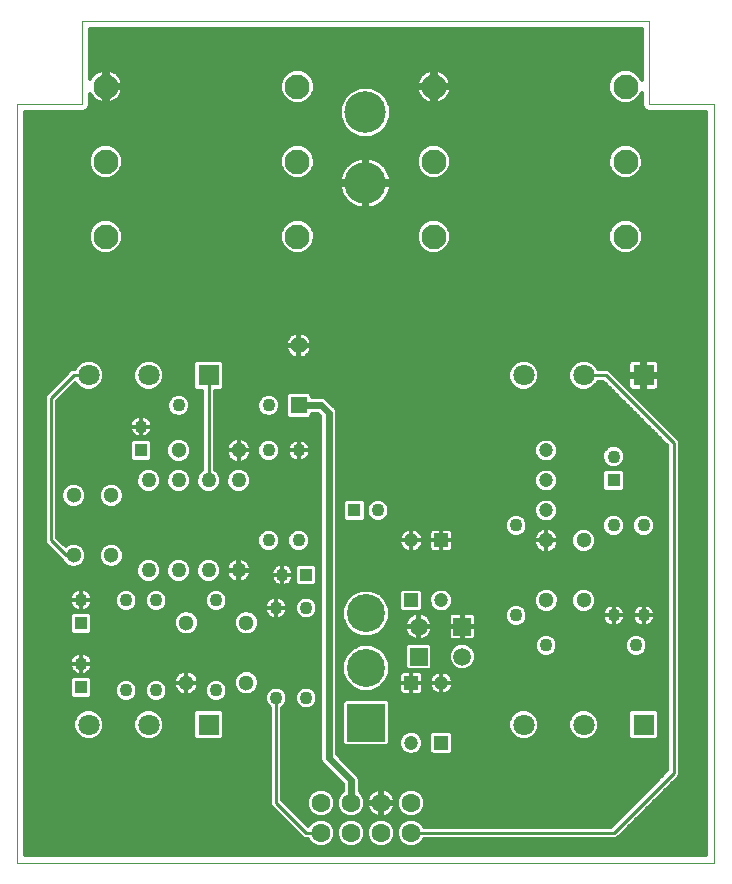
<source format=gtl>
G75*
%MOIN*%
%OFA0B0*%
%FSLAX25Y25*%
%IPPOS*%
%LPD*%
%AMOC8*
5,1,8,0,0,1.08239X$1,22.5*
%
%ADD10C,0.08268*%
%ADD11C,0.05512*%
%ADD12R,0.05512X0.05512*%
%ADD13R,0.07087X0.07087*%
%ADD14C,0.07087*%
%ADD15R,0.04331X0.04331*%
%ADD16C,0.04331*%
%ADD17C,0.13843*%
%ADD18C,0.06299*%
%ADD19C,0.05118*%
%ADD20C,0.00000*%
%ADD21C,0.05000*%
%ADD22C,0.04724*%
%ADD23R,0.04724X0.04724*%
%ADD24R,0.12661X0.12661*%
%ADD25C,0.12661*%
%ADD26C,0.05906*%
%ADD27R,0.05906X0.05906*%
%ADD28C,0.01200*%
%ADD29C,0.03346*%
%ADD30C,0.01000*%
%ADD31C,0.02400*%
D10*
X0034425Y0215413D03*
X0034425Y0240413D03*
X0034425Y0265413D03*
X0098323Y0265413D03*
X0098323Y0240413D03*
X0098323Y0215413D03*
X0143801Y0215350D03*
X0143801Y0240350D03*
X0143801Y0265350D03*
X0207699Y0265350D03*
X0207699Y0240350D03*
X0207699Y0215350D03*
D11*
X0098750Y0179100D03*
D12*
X0098750Y0159100D03*
D13*
X0068750Y0169163D03*
X0068750Y0052663D03*
X0213750Y0052663D03*
X0213750Y0169163D03*
D14*
X0193750Y0169163D03*
X0173750Y0169163D03*
X0173750Y0052663D03*
X0193750Y0052663D03*
X0048750Y0052663D03*
X0028750Y0052663D03*
X0028750Y0169163D03*
X0048750Y0169163D03*
D15*
X0046250Y0144160D03*
X0026245Y0086420D03*
X0026245Y0065170D03*
X0101190Y0102600D03*
X0117320Y0124105D03*
X0203745Y0134170D03*
D16*
X0203748Y0142030D03*
X0203750Y0119100D03*
X0213750Y0119100D03*
X0213750Y0089100D03*
X0203750Y0089100D03*
X0211250Y0079100D03*
X0181250Y0079100D03*
X0171250Y0089100D03*
X0171250Y0119100D03*
X0125180Y0124102D03*
X0098750Y0114100D03*
X0093310Y0102600D03*
X0091250Y0091600D03*
X0101250Y0091600D03*
X0088750Y0114100D03*
X0071250Y0094100D03*
X0051250Y0094100D03*
X0041250Y0094100D03*
X0026248Y0094280D03*
X0026248Y0073030D03*
X0041250Y0064100D03*
X0051250Y0064100D03*
X0071250Y0064100D03*
X0091250Y0061600D03*
X0101250Y0061600D03*
X0098750Y0144100D03*
X0088750Y0144100D03*
X0088750Y0159100D03*
X0058750Y0159100D03*
X0046250Y0152040D03*
D17*
X0121000Y0233163D03*
X0121000Y0256785D03*
D18*
X0116250Y0026600D03*
X0116250Y0016600D03*
X0106250Y0016600D03*
X0106250Y0026600D03*
X0126250Y0026600D03*
X0126250Y0016600D03*
X0136250Y0016600D03*
X0136250Y0026600D03*
D19*
X0181250Y0094100D03*
X0193750Y0094100D03*
X0193750Y0114100D03*
X0181250Y0114100D03*
X0081250Y0086600D03*
X0081250Y0066600D03*
X0061250Y0066600D03*
X0061250Y0086600D03*
X0036250Y0109100D03*
X0023750Y0109100D03*
X0023750Y0129100D03*
X0036250Y0129100D03*
X0058750Y0144100D03*
X0078750Y0144100D03*
D20*
X0005000Y0006600D02*
X0237283Y0006600D01*
X0237283Y0259631D01*
X0215630Y0259631D01*
X0215630Y0287191D01*
X0026654Y0287191D01*
X0026654Y0259631D01*
X0005000Y0259631D01*
X0005000Y0006600D01*
D21*
X0048750Y0104100D03*
X0058750Y0104100D03*
X0068750Y0104100D03*
X0078750Y0104100D03*
X0078750Y0134100D03*
X0068750Y0134100D03*
X0058750Y0134100D03*
X0048750Y0134100D03*
D22*
X0136250Y0114100D03*
X0146250Y0094100D03*
X0146250Y0066600D03*
X0136250Y0046600D03*
X0181250Y0124100D03*
X0181250Y0134100D03*
X0181250Y0144100D03*
D23*
X0146250Y0114100D03*
X0136250Y0094100D03*
X0136250Y0066600D03*
X0146250Y0046600D03*
D24*
X0121250Y0053350D03*
D25*
X0121250Y0071600D03*
X0121250Y0089750D03*
D26*
X0138750Y0085350D03*
X0153250Y0075350D03*
D27*
X0153250Y0085350D03*
X0138750Y0075350D03*
D28*
X0142365Y0070797D02*
X0135134Y0070797D01*
X0134197Y0071734D01*
X0134197Y0078965D01*
X0135134Y0079903D01*
X0142365Y0079903D01*
X0143303Y0078965D01*
X0143303Y0071734D01*
X0142365Y0070797D01*
X0143094Y0071526D02*
X0150636Y0071526D01*
X0150671Y0071490D02*
X0152344Y0070797D01*
X0154156Y0070797D01*
X0155829Y0071490D01*
X0157110Y0072771D01*
X0157803Y0074444D01*
X0157803Y0076256D01*
X0157110Y0077929D01*
X0155829Y0079210D01*
X0154156Y0079903D01*
X0152344Y0079903D01*
X0150671Y0079210D01*
X0149390Y0077929D01*
X0148697Y0076256D01*
X0148697Y0074444D01*
X0149390Y0072771D01*
X0150671Y0071490D01*
X0149437Y0072724D02*
X0143303Y0072724D01*
X0143303Y0073923D02*
X0148913Y0073923D01*
X0148697Y0075121D02*
X0143303Y0075121D01*
X0143303Y0076320D02*
X0148724Y0076320D01*
X0149220Y0077518D02*
X0143303Y0077518D01*
X0143303Y0078717D02*
X0150178Y0078717D01*
X0150087Y0080797D02*
X0153063Y0080797D01*
X0153063Y0085163D01*
X0153437Y0085163D01*
X0153437Y0080797D01*
X0156413Y0080797D01*
X0156820Y0080906D01*
X0157185Y0081117D01*
X0157483Y0081415D01*
X0157694Y0081780D01*
X0157803Y0082187D01*
X0157803Y0085163D01*
X0153437Y0085163D01*
X0153437Y0085537D01*
X0153063Y0085537D01*
X0153063Y0085163D01*
X0148697Y0085163D01*
X0148697Y0082187D01*
X0148806Y0081780D01*
X0149017Y0081415D01*
X0149315Y0081117D01*
X0149680Y0080906D01*
X0150087Y0080797D01*
X0149320Y0081114D02*
X0140445Y0081114D01*
X0140498Y0081131D02*
X0141136Y0081456D01*
X0141716Y0081877D01*
X0142223Y0082384D01*
X0142644Y0082964D01*
X0142969Y0083602D01*
X0143191Y0084284D01*
X0143303Y0084992D01*
X0143303Y0085163D01*
X0138937Y0085163D01*
X0138937Y0080797D01*
X0139108Y0080797D01*
X0139816Y0080909D01*
X0140498Y0081131D01*
X0138937Y0081114D02*
X0138563Y0081114D01*
X0138563Y0080797D02*
X0138563Y0085163D01*
X0134197Y0085163D01*
X0134197Y0084992D01*
X0134309Y0084284D01*
X0134531Y0083602D01*
X0134856Y0082964D01*
X0135277Y0082384D01*
X0135784Y0081877D01*
X0136364Y0081456D01*
X0137002Y0081131D01*
X0137684Y0080909D01*
X0138392Y0080797D01*
X0138563Y0080797D01*
X0138563Y0082312D02*
X0138937Y0082312D01*
X0138937Y0083511D02*
X0138563Y0083511D01*
X0138563Y0084709D02*
X0138937Y0084709D01*
X0138937Y0085163D02*
X0138563Y0085163D01*
X0138563Y0085537D01*
X0134197Y0085537D01*
X0134197Y0085708D01*
X0134309Y0086416D01*
X0134531Y0087098D01*
X0134856Y0087736D01*
X0135277Y0088316D01*
X0135784Y0088823D01*
X0136364Y0089244D01*
X0137002Y0089569D01*
X0137684Y0089791D01*
X0138392Y0089903D01*
X0138563Y0089903D01*
X0138563Y0085537D01*
X0138937Y0085537D01*
X0138937Y0089903D01*
X0139108Y0089903D01*
X0139816Y0089791D01*
X0140498Y0089569D01*
X0141136Y0089244D01*
X0141716Y0088823D01*
X0142223Y0088316D01*
X0142644Y0087736D01*
X0142969Y0087098D01*
X0143191Y0086416D01*
X0143303Y0085708D01*
X0143303Y0085537D01*
X0138937Y0085537D01*
X0138937Y0085163D01*
X0138937Y0085908D02*
X0138563Y0085908D01*
X0138563Y0087106D02*
X0138937Y0087106D01*
X0138937Y0088305D02*
X0138563Y0088305D01*
X0138563Y0089503D02*
X0138937Y0089503D01*
X0139275Y0090138D02*
X0140212Y0091075D01*
X0140212Y0097125D01*
X0139275Y0098062D01*
X0133225Y0098062D01*
X0132288Y0097125D01*
X0132288Y0091075D01*
X0133225Y0090138D01*
X0139275Y0090138D01*
X0139839Y0090702D02*
X0144100Y0090702D01*
X0144006Y0090741D02*
X0145462Y0090138D01*
X0147038Y0090138D01*
X0148494Y0090741D01*
X0149609Y0091856D01*
X0150212Y0093312D01*
X0150212Y0094888D01*
X0149609Y0096344D01*
X0148494Y0097459D01*
X0147038Y0098062D01*
X0145462Y0098062D01*
X0144006Y0097459D01*
X0142891Y0096344D01*
X0142288Y0094888D01*
X0142288Y0093312D01*
X0142891Y0091856D01*
X0144006Y0090741D01*
X0142872Y0091900D02*
X0140212Y0091900D01*
X0140212Y0093099D02*
X0142376Y0093099D01*
X0142288Y0094297D02*
X0140212Y0094297D01*
X0140212Y0095496D02*
X0142540Y0095496D01*
X0143241Y0096694D02*
X0140212Y0096694D01*
X0139444Y0097893D02*
X0145053Y0097893D01*
X0147447Y0097893D02*
X0179539Y0097893D01*
X0178894Y0097626D02*
X0177724Y0096456D01*
X0177091Y0094927D01*
X0177091Y0093273D01*
X0177724Y0091744D01*
X0178894Y0090574D01*
X0180423Y0089941D01*
X0182077Y0089941D01*
X0183606Y0090574D01*
X0184776Y0091744D01*
X0185409Y0093273D01*
X0185409Y0094927D01*
X0184776Y0096456D01*
X0183606Y0097626D01*
X0182077Y0098259D01*
X0180423Y0098259D01*
X0178894Y0097626D01*
X0177963Y0096694D02*
X0149259Y0096694D01*
X0149960Y0095496D02*
X0177326Y0095496D01*
X0177091Y0094297D02*
X0150212Y0094297D01*
X0150124Y0093099D02*
X0177163Y0093099D01*
X0177659Y0091900D02*
X0173775Y0091900D01*
X0173383Y0092292D02*
X0171999Y0092865D01*
X0170501Y0092865D01*
X0169117Y0092292D01*
X0168058Y0091233D01*
X0167485Y0089849D01*
X0167485Y0088351D01*
X0168058Y0086967D01*
X0169117Y0085908D01*
X0170501Y0085335D01*
X0171999Y0085335D01*
X0173383Y0085908D01*
X0174442Y0086967D01*
X0175015Y0088351D01*
X0175015Y0089849D01*
X0174442Y0091233D01*
X0173383Y0092292D01*
X0174662Y0090702D02*
X0178766Y0090702D01*
X0175015Y0089503D02*
X0199991Y0089503D01*
X0199985Y0089471D02*
X0199985Y0089100D01*
X0199985Y0088729D01*
X0200129Y0088002D01*
X0200413Y0087316D01*
X0200825Y0086700D01*
X0201350Y0086175D01*
X0201966Y0085763D01*
X0202652Y0085479D01*
X0203379Y0085335D01*
X0203750Y0085335D01*
X0204121Y0085335D01*
X0204848Y0085479D01*
X0205534Y0085763D01*
X0206150Y0086175D01*
X0206675Y0086700D01*
X0207087Y0087316D01*
X0207371Y0088002D01*
X0207515Y0088729D01*
X0207515Y0089100D01*
X0207515Y0089471D01*
X0207371Y0090198D01*
X0207087Y0090884D01*
X0206675Y0091500D01*
X0206150Y0092025D01*
X0205534Y0092437D01*
X0204848Y0092721D01*
X0204121Y0092865D01*
X0203750Y0092865D01*
X0203379Y0092865D01*
X0202652Y0092721D01*
X0201966Y0092437D01*
X0201350Y0092025D01*
X0200825Y0091500D01*
X0200413Y0090884D01*
X0200129Y0090198D01*
X0199985Y0089471D01*
X0199985Y0089100D02*
X0203750Y0089100D01*
X0203750Y0089100D01*
X0203750Y0092865D01*
X0203750Y0089100D01*
X0207515Y0089100D01*
X0203750Y0089100D01*
X0203750Y0089100D01*
X0203750Y0089100D01*
X0203750Y0085335D01*
X0203750Y0089100D01*
X0203750Y0089100D01*
X0199985Y0089100D01*
X0200069Y0088305D02*
X0174996Y0088305D01*
X0174500Y0087106D02*
X0200554Y0087106D01*
X0201750Y0085908D02*
X0173382Y0085908D01*
X0169118Y0085908D02*
X0157803Y0085908D01*
X0157803Y0085537D02*
X0157803Y0088513D01*
X0157694Y0088920D01*
X0157483Y0089285D01*
X0157185Y0089583D01*
X0156820Y0089794D01*
X0156413Y0089903D01*
X0153437Y0089903D01*
X0153437Y0085537D01*
X0157803Y0085537D01*
X0157803Y0084709D02*
X0221650Y0084709D01*
X0221650Y0083511D02*
X0157803Y0083511D01*
X0157803Y0082312D02*
X0179166Y0082312D01*
X0179117Y0082292D02*
X0178058Y0081233D01*
X0177485Y0079849D01*
X0177485Y0078351D01*
X0178058Y0076967D01*
X0179117Y0075908D01*
X0180501Y0075335D01*
X0181999Y0075335D01*
X0183383Y0075908D01*
X0184442Y0076967D01*
X0185015Y0078351D01*
X0185015Y0079849D01*
X0184442Y0081233D01*
X0183383Y0082292D01*
X0181999Y0082865D01*
X0180501Y0082865D01*
X0179117Y0082292D01*
X0178009Y0081114D02*
X0157180Y0081114D01*
X0156322Y0078717D02*
X0177485Y0078717D01*
X0177512Y0079915D02*
X0111550Y0079915D01*
X0111550Y0078717D02*
X0117707Y0078717D01*
X0116758Y0078323D02*
X0114527Y0076092D01*
X0113319Y0073178D01*
X0113319Y0070022D01*
X0114527Y0067108D01*
X0116758Y0064877D01*
X0119672Y0063669D01*
X0122828Y0063669D01*
X0125742Y0064877D01*
X0127973Y0067108D01*
X0129181Y0070022D01*
X0129181Y0073178D01*
X0127973Y0076092D01*
X0125742Y0078323D01*
X0122828Y0079531D01*
X0119672Y0079531D01*
X0116758Y0078323D01*
X0115952Y0077518D02*
X0111550Y0077518D01*
X0111550Y0076320D02*
X0114754Y0076320D01*
X0114124Y0075121D02*
X0111550Y0075121D01*
X0111550Y0073923D02*
X0113628Y0073923D01*
X0113319Y0072724D02*
X0111550Y0072724D01*
X0111550Y0071526D02*
X0113319Y0071526D01*
X0113319Y0070327D02*
X0111550Y0070327D01*
X0111550Y0069129D02*
X0113690Y0069129D01*
X0114186Y0067930D02*
X0111550Y0067930D01*
X0111550Y0066732D02*
X0114903Y0066732D01*
X0116101Y0065533D02*
X0111550Y0065533D01*
X0111550Y0064334D02*
X0118067Y0064334D01*
X0114257Y0061281D02*
X0113319Y0060343D01*
X0113319Y0046357D01*
X0111550Y0046357D01*
X0111550Y0047555D02*
X0113319Y0047555D01*
X0113319Y0046357D02*
X0114257Y0045419D01*
X0128243Y0045419D01*
X0129181Y0046357D01*
X0132288Y0046357D01*
X0132288Y0045812D02*
X0132891Y0044356D01*
X0134006Y0043241D01*
X0135462Y0042638D01*
X0137038Y0042638D01*
X0138494Y0043241D01*
X0139609Y0044356D01*
X0140212Y0045812D01*
X0140212Y0047388D01*
X0139609Y0048844D01*
X0138494Y0049959D01*
X0137038Y0050562D01*
X0135462Y0050562D01*
X0134006Y0049959D01*
X0132891Y0048844D01*
X0132288Y0047388D01*
X0132288Y0045812D01*
X0132559Y0045158D02*
X0111550Y0045158D01*
X0111550Y0043960D02*
X0133287Y0043960D01*
X0135164Y0042761D02*
X0111550Y0042761D01*
X0111550Y0042760D02*
X0111550Y0157157D01*
X0111124Y0158186D01*
X0108624Y0160686D01*
X0107836Y0161474D01*
X0106807Y0161900D01*
X0103106Y0161900D01*
X0103106Y0162519D01*
X0102169Y0163456D01*
X0095331Y0163456D01*
X0094394Y0162519D01*
X0094394Y0155681D01*
X0095331Y0154744D01*
X0102169Y0154744D01*
X0103106Y0155681D01*
X0103106Y0156300D01*
X0105090Y0156300D01*
X0105950Y0155440D01*
X0105950Y0041043D01*
X0106376Y0040014D01*
X0107164Y0039226D01*
X0113450Y0032940D01*
X0113450Y0030517D01*
X0112223Y0029290D01*
X0111500Y0027545D01*
X0111500Y0025655D01*
X0112223Y0023910D01*
X0113560Y0022573D01*
X0115305Y0021850D01*
X0117195Y0021850D01*
X0118940Y0022573D01*
X0120277Y0023910D01*
X0121000Y0025655D01*
X0121000Y0027545D01*
X0120277Y0029290D01*
X0119050Y0030517D01*
X0119050Y0034657D01*
X0118624Y0035686D01*
X0111550Y0042760D01*
X0112747Y0041563D02*
X0221650Y0041563D01*
X0221650Y0042761D02*
X0149398Y0042761D01*
X0149275Y0042638D02*
X0150212Y0043575D01*
X0150212Y0049625D01*
X0149275Y0050562D01*
X0143225Y0050562D01*
X0142288Y0049625D01*
X0142288Y0043575D01*
X0143225Y0042638D01*
X0149275Y0042638D01*
X0150212Y0043960D02*
X0221650Y0043960D01*
X0221650Y0045158D02*
X0150212Y0045158D01*
X0150212Y0046357D02*
X0221650Y0046357D01*
X0221650Y0047555D02*
X0217992Y0047555D01*
X0217956Y0047520D02*
X0218893Y0048457D01*
X0218893Y0056869D01*
X0217956Y0057806D01*
X0209544Y0057806D01*
X0208607Y0056869D01*
X0208607Y0048457D01*
X0209544Y0047520D01*
X0217956Y0047520D01*
X0218893Y0048754D02*
X0221650Y0048754D01*
X0221650Y0049952D02*
X0218893Y0049952D01*
X0218893Y0051151D02*
X0221650Y0051151D01*
X0221650Y0052349D02*
X0218893Y0052349D01*
X0218893Y0053548D02*
X0221650Y0053548D01*
X0221650Y0054746D02*
X0218893Y0054746D01*
X0218893Y0055945D02*
X0221650Y0055945D01*
X0221650Y0057143D02*
X0218619Y0057143D01*
X0221650Y0058342D02*
X0129181Y0058342D01*
X0129181Y0059540D02*
X0221650Y0059540D01*
X0221650Y0060739D02*
X0128785Y0060739D01*
X0129181Y0060343D02*
X0128243Y0061281D01*
X0114257Y0061281D01*
X0113715Y0060739D02*
X0111550Y0060739D01*
X0111550Y0061937D02*
X0221650Y0061937D01*
X0221650Y0063136D02*
X0148198Y0063136D01*
X0148127Y0063089D02*
X0148776Y0063522D01*
X0149328Y0064074D01*
X0149761Y0064723D01*
X0150060Y0065444D01*
X0150212Y0066210D01*
X0150212Y0066600D01*
X0150212Y0066990D01*
X0150060Y0067756D01*
X0149761Y0068477D01*
X0149328Y0069126D01*
X0148776Y0069678D01*
X0148127Y0070111D01*
X0147406Y0070410D01*
X0146640Y0070562D01*
X0146250Y0070562D01*
X0146250Y0066600D01*
X0146250Y0066600D01*
X0150212Y0066600D01*
X0146250Y0066600D01*
X0146250Y0066600D01*
X0146250Y0066600D01*
X0142288Y0066600D01*
X0142288Y0066990D01*
X0142440Y0067756D01*
X0142739Y0068477D01*
X0143172Y0069126D01*
X0143724Y0069678D01*
X0144373Y0070111D01*
X0145094Y0070410D01*
X0145860Y0070562D01*
X0146250Y0070562D01*
X0146250Y0066600D01*
X0146250Y0062638D01*
X0146640Y0062638D01*
X0147406Y0062790D01*
X0148127Y0063089D01*
X0149502Y0064334D02*
X0221650Y0064334D01*
X0221650Y0065533D02*
X0150078Y0065533D01*
X0150212Y0066732D02*
X0221650Y0066732D01*
X0221650Y0067930D02*
X0149988Y0067930D01*
X0149325Y0069129D02*
X0221650Y0069129D01*
X0221650Y0070327D02*
X0147606Y0070327D01*
X0146250Y0070327D02*
X0146250Y0070327D01*
X0146250Y0069129D02*
X0146250Y0069129D01*
X0146250Y0067930D02*
X0146250Y0067930D01*
X0146250Y0066732D02*
X0146250Y0066732D01*
X0146250Y0066600D02*
X0142288Y0066600D01*
X0142288Y0066210D01*
X0142440Y0065444D01*
X0142739Y0064723D01*
X0143172Y0064074D01*
X0143724Y0063522D01*
X0144373Y0063089D01*
X0145094Y0062790D01*
X0145860Y0062638D01*
X0146250Y0062638D01*
X0146250Y0066600D01*
X0146250Y0066600D01*
X0146250Y0065533D02*
X0146250Y0065533D01*
X0146250Y0064334D02*
X0146250Y0064334D01*
X0146250Y0063136D02*
X0146250Y0063136D01*
X0144302Y0063136D02*
X0139773Y0063136D01*
X0139893Y0063255D02*
X0140103Y0063620D01*
X0140212Y0064027D01*
X0140212Y0066600D01*
X0140212Y0069173D01*
X0140103Y0069580D01*
X0139893Y0069945D01*
X0139595Y0070243D01*
X0139230Y0070453D01*
X0138823Y0070562D01*
X0136250Y0070562D01*
X0136250Y0066600D01*
X0136250Y0066600D01*
X0140212Y0066600D01*
X0136250Y0066600D01*
X0136250Y0066600D01*
X0136250Y0062638D01*
X0138823Y0062638D01*
X0139230Y0062747D01*
X0139595Y0062957D01*
X0139893Y0063255D01*
X0140212Y0064334D02*
X0142998Y0064334D01*
X0142422Y0065533D02*
X0140212Y0065533D01*
X0140212Y0066732D02*
X0142288Y0066732D01*
X0142512Y0067930D02*
X0140212Y0067930D01*
X0140212Y0069129D02*
X0143175Y0069129D01*
X0144894Y0070327D02*
X0139448Y0070327D01*
X0136250Y0070327D02*
X0136250Y0070327D01*
X0136250Y0070562D02*
X0133677Y0070562D01*
X0133270Y0070453D01*
X0132905Y0070243D01*
X0132607Y0069945D01*
X0132397Y0069580D01*
X0132288Y0069173D01*
X0132288Y0066600D01*
X0136250Y0066600D01*
X0136250Y0066600D01*
X0136250Y0066600D01*
X0136250Y0070562D01*
X0136250Y0069129D02*
X0136250Y0069129D01*
X0136250Y0067930D02*
X0136250Y0067930D01*
X0136250Y0066732D02*
X0136250Y0066732D01*
X0136250Y0066600D02*
X0132288Y0066600D01*
X0132288Y0064027D01*
X0132397Y0063620D01*
X0132607Y0063255D01*
X0132905Y0062957D01*
X0133270Y0062747D01*
X0133677Y0062638D01*
X0136250Y0062638D01*
X0136250Y0066600D01*
X0136250Y0065533D02*
X0136250Y0065533D01*
X0136250Y0064334D02*
X0136250Y0064334D01*
X0136250Y0063136D02*
X0136250Y0063136D01*
X0132727Y0063136D02*
X0111550Y0063136D01*
X0111550Y0059540D02*
X0113319Y0059540D01*
X0113319Y0058342D02*
X0111550Y0058342D01*
X0111550Y0057143D02*
X0113319Y0057143D01*
X0113319Y0055945D02*
X0111550Y0055945D01*
X0111550Y0054746D02*
X0113319Y0054746D01*
X0113319Y0053548D02*
X0111550Y0053548D01*
X0111550Y0052349D02*
X0113319Y0052349D01*
X0113319Y0051151D02*
X0111550Y0051151D01*
X0111550Y0049952D02*
X0113319Y0049952D01*
X0113319Y0048754D02*
X0111550Y0048754D01*
X0105950Y0048754D02*
X0093350Y0048754D01*
X0093350Y0049952D02*
X0105950Y0049952D01*
X0105950Y0051151D02*
X0093350Y0051151D01*
X0093350Y0052349D02*
X0105950Y0052349D01*
X0105950Y0053548D02*
X0093350Y0053548D01*
X0093350Y0054746D02*
X0105950Y0054746D01*
X0105950Y0055945D02*
X0093350Y0055945D01*
X0093350Y0057143D02*
X0105950Y0057143D01*
X0105950Y0058342D02*
X0103224Y0058342D01*
X0103383Y0058408D02*
X0101999Y0057835D01*
X0100501Y0057835D01*
X0099117Y0058408D01*
X0098058Y0059467D01*
X0097485Y0060851D01*
X0097485Y0062349D01*
X0098058Y0063733D01*
X0099117Y0064792D01*
X0100501Y0065365D01*
X0101999Y0065365D01*
X0103383Y0064792D01*
X0104442Y0063733D01*
X0105015Y0062349D01*
X0105015Y0060851D01*
X0104442Y0059467D01*
X0103383Y0058408D01*
X0104472Y0059540D02*
X0105950Y0059540D01*
X0105950Y0060739D02*
X0104969Y0060739D01*
X0105015Y0061937D02*
X0105950Y0061937D01*
X0105950Y0063136D02*
X0104689Y0063136D01*
X0103841Y0064334D02*
X0105950Y0064334D01*
X0105950Y0065533D02*
X0085310Y0065533D01*
X0085409Y0065773D02*
X0084776Y0064244D01*
X0083606Y0063074D01*
X0082077Y0062441D01*
X0080423Y0062441D01*
X0078894Y0063074D01*
X0077724Y0064244D01*
X0077091Y0065773D01*
X0077091Y0067427D01*
X0077724Y0068956D01*
X0078894Y0070126D01*
X0080423Y0070759D01*
X0082077Y0070759D01*
X0083606Y0070126D01*
X0084776Y0068956D01*
X0085409Y0067427D01*
X0085409Y0065773D01*
X0085409Y0066732D02*
X0105950Y0066732D01*
X0105950Y0067930D02*
X0085201Y0067930D01*
X0084603Y0069129D02*
X0105950Y0069129D01*
X0105950Y0070327D02*
X0083120Y0070327D01*
X0079380Y0070327D02*
X0063096Y0070327D01*
X0062847Y0070454D02*
X0062224Y0070657D01*
X0061577Y0070759D01*
X0061250Y0070759D01*
X0061250Y0066600D01*
X0061250Y0066600D01*
X0065409Y0066600D01*
X0065409Y0066927D01*
X0065307Y0067574D01*
X0065104Y0068197D01*
X0064807Y0068780D01*
X0064422Y0069309D01*
X0063959Y0069772D01*
X0063430Y0070157D01*
X0062847Y0070454D01*
X0061250Y0070327D02*
X0061250Y0070327D01*
X0061250Y0070759D02*
X0061250Y0066600D01*
X0061250Y0066600D01*
X0061250Y0066600D01*
X0057091Y0066600D01*
X0057091Y0066927D01*
X0057193Y0067574D01*
X0057396Y0068197D01*
X0057693Y0068780D01*
X0058078Y0069309D01*
X0058541Y0069772D01*
X0059070Y0070157D01*
X0059653Y0070454D01*
X0060276Y0070657D01*
X0060923Y0070759D01*
X0061250Y0070759D01*
X0061250Y0069129D02*
X0061250Y0069129D01*
X0061250Y0067930D02*
X0061250Y0067930D01*
X0061250Y0066732D02*
X0061250Y0066732D01*
X0061250Y0066600D02*
X0057091Y0066600D01*
X0057091Y0066273D01*
X0057193Y0065626D01*
X0057396Y0065003D01*
X0057693Y0064420D01*
X0058078Y0063891D01*
X0058541Y0063428D01*
X0059070Y0063043D01*
X0059653Y0062746D01*
X0060276Y0062543D01*
X0060923Y0062441D01*
X0061250Y0062441D01*
X0061577Y0062441D01*
X0062224Y0062543D01*
X0062847Y0062746D01*
X0063430Y0063043D01*
X0063959Y0063428D01*
X0064422Y0063891D01*
X0064807Y0064420D01*
X0065104Y0065003D01*
X0065307Y0065626D01*
X0065409Y0066273D01*
X0065409Y0066600D01*
X0061250Y0066600D01*
X0061250Y0062441D01*
X0061250Y0066600D01*
X0061250Y0066600D01*
X0061250Y0065533D02*
X0061250Y0065533D01*
X0061250Y0064334D02*
X0061250Y0064334D01*
X0061250Y0063136D02*
X0061250Y0063136D01*
X0063558Y0063136D02*
X0067574Y0063136D01*
X0067485Y0063351D02*
X0068058Y0061967D01*
X0069117Y0060908D01*
X0070501Y0060335D01*
X0071999Y0060335D01*
X0073383Y0060908D01*
X0074442Y0061967D01*
X0075015Y0063351D01*
X0075015Y0064849D01*
X0074442Y0066233D01*
X0073383Y0067292D01*
X0071999Y0067865D01*
X0070501Y0067865D01*
X0069117Y0067292D01*
X0068058Y0066233D01*
X0067485Y0064849D01*
X0067485Y0063351D01*
X0067485Y0064334D02*
X0064745Y0064334D01*
X0065276Y0065533D02*
X0067768Y0065533D01*
X0068557Y0066732D02*
X0065409Y0066732D01*
X0065191Y0067930D02*
X0077299Y0067930D01*
X0077091Y0066732D02*
X0073943Y0066732D01*
X0074732Y0065533D02*
X0077190Y0065533D01*
X0077687Y0064334D02*
X0075015Y0064334D01*
X0074926Y0063136D02*
X0078832Y0063136D01*
X0074412Y0061937D02*
X0087485Y0061937D01*
X0087485Y0062349D02*
X0087485Y0060851D01*
X0088058Y0059467D01*
X0089117Y0058408D01*
X0089150Y0058394D01*
X0089150Y0025730D01*
X0090380Y0024500D01*
X0100380Y0014500D01*
X0101979Y0014500D01*
X0102223Y0013910D01*
X0103560Y0012573D01*
X0105305Y0011850D01*
X0107195Y0011850D01*
X0108940Y0012573D01*
X0110277Y0013910D01*
X0111000Y0015655D01*
X0111000Y0017545D01*
X0110277Y0019290D01*
X0108940Y0020627D01*
X0107195Y0021350D01*
X0105305Y0021350D01*
X0103560Y0020627D01*
X0102223Y0019290D01*
X0102020Y0018800D01*
X0093350Y0027470D01*
X0093350Y0058394D01*
X0093383Y0058408D01*
X0094442Y0059467D01*
X0095015Y0060851D01*
X0095015Y0062349D01*
X0094442Y0063733D01*
X0093383Y0064792D01*
X0091999Y0065365D01*
X0090501Y0065365D01*
X0089117Y0064792D01*
X0088058Y0063733D01*
X0087485Y0062349D01*
X0087811Y0063136D02*
X0083668Y0063136D01*
X0084813Y0064334D02*
X0088659Y0064334D01*
X0087531Y0060739D02*
X0072975Y0060739D01*
X0072956Y0057806D02*
X0064544Y0057806D01*
X0063607Y0056869D01*
X0063607Y0048457D01*
X0064544Y0047520D01*
X0072956Y0047520D01*
X0073893Y0048457D01*
X0073893Y0056869D01*
X0072956Y0057806D01*
X0073619Y0057143D02*
X0089150Y0057143D01*
X0089150Y0055945D02*
X0073893Y0055945D01*
X0073893Y0054746D02*
X0089150Y0054746D01*
X0089150Y0053548D02*
X0073893Y0053548D01*
X0073893Y0052349D02*
X0089150Y0052349D01*
X0089150Y0051151D02*
X0073893Y0051151D01*
X0073893Y0049952D02*
X0089150Y0049952D01*
X0089150Y0048754D02*
X0073893Y0048754D01*
X0072992Y0047555D02*
X0089150Y0047555D01*
X0089150Y0046357D02*
X0007600Y0046357D01*
X0007600Y0047555D02*
X0027641Y0047555D01*
X0027727Y0047520D02*
X0029773Y0047520D01*
X0031663Y0048303D01*
X0033110Y0049750D01*
X0033893Y0051640D01*
X0033893Y0053686D01*
X0033110Y0055576D01*
X0031663Y0057023D01*
X0029773Y0057806D01*
X0027727Y0057806D01*
X0025837Y0057023D01*
X0024390Y0055576D01*
X0023607Y0053686D01*
X0023607Y0051640D01*
X0024390Y0049750D01*
X0025837Y0048303D01*
X0027727Y0047520D01*
X0029859Y0047555D02*
X0047641Y0047555D01*
X0047727Y0047520D02*
X0049773Y0047520D01*
X0051663Y0048303D01*
X0053110Y0049750D01*
X0053893Y0051640D01*
X0053893Y0053686D01*
X0053110Y0055576D01*
X0051663Y0057023D01*
X0049773Y0057806D01*
X0047727Y0057806D01*
X0045837Y0057023D01*
X0044390Y0055576D01*
X0043607Y0053686D01*
X0043607Y0051640D01*
X0044390Y0049750D01*
X0045837Y0048303D01*
X0047727Y0047520D01*
X0049859Y0047555D02*
X0064508Y0047555D01*
X0063607Y0048754D02*
X0052115Y0048754D01*
X0053194Y0049952D02*
X0063607Y0049952D01*
X0063607Y0051151D02*
X0053691Y0051151D01*
X0053893Y0052349D02*
X0063607Y0052349D01*
X0063607Y0053548D02*
X0053893Y0053548D01*
X0053454Y0054746D02*
X0063607Y0054746D01*
X0063607Y0055945D02*
X0052742Y0055945D01*
X0051373Y0057143D02*
X0063881Y0057143D01*
X0068088Y0061937D02*
X0054412Y0061937D01*
X0054442Y0061967D02*
X0055015Y0063351D01*
X0055015Y0064849D01*
X0054442Y0066233D01*
X0053383Y0067292D01*
X0051999Y0067865D01*
X0050501Y0067865D01*
X0049117Y0067292D01*
X0048058Y0066233D01*
X0047485Y0064849D01*
X0047485Y0063351D01*
X0048058Y0061967D01*
X0049117Y0060908D01*
X0050501Y0060335D01*
X0051999Y0060335D01*
X0053383Y0060908D01*
X0054442Y0061967D01*
X0054926Y0063136D02*
X0058942Y0063136D01*
X0057755Y0064334D02*
X0055015Y0064334D01*
X0054732Y0065533D02*
X0057224Y0065533D01*
X0057091Y0066732D02*
X0053943Y0066732D01*
X0057309Y0067930D02*
X0030010Y0067930D01*
X0030010Y0067998D02*
X0029073Y0068935D01*
X0023417Y0068935D01*
X0022480Y0067998D01*
X0022480Y0062342D01*
X0023417Y0061405D01*
X0029073Y0061405D01*
X0030010Y0062342D01*
X0030010Y0067998D01*
X0030010Y0066732D02*
X0038557Y0066732D01*
X0038058Y0066233D02*
X0039117Y0067292D01*
X0040501Y0067865D01*
X0041999Y0067865D01*
X0043383Y0067292D01*
X0044442Y0066233D01*
X0045015Y0064849D01*
X0045015Y0063351D01*
X0044442Y0061967D01*
X0043383Y0060908D01*
X0041999Y0060335D01*
X0040501Y0060335D01*
X0039117Y0060908D01*
X0038058Y0061967D01*
X0037485Y0063351D01*
X0037485Y0064849D01*
X0038058Y0066233D01*
X0037768Y0065533D02*
X0030010Y0065533D01*
X0030010Y0064334D02*
X0037485Y0064334D01*
X0037574Y0063136D02*
X0030010Y0063136D01*
X0029606Y0061937D02*
X0038088Y0061937D01*
X0039525Y0060739D02*
X0007600Y0060739D01*
X0007600Y0061937D02*
X0022884Y0061937D01*
X0022480Y0063136D02*
X0007600Y0063136D01*
X0007600Y0064334D02*
X0022480Y0064334D01*
X0022480Y0065533D02*
X0007600Y0065533D01*
X0007600Y0066732D02*
X0022480Y0066732D01*
X0022480Y0067930D02*
X0007600Y0067930D01*
X0007600Y0069129D02*
X0057946Y0069129D01*
X0059404Y0070327D02*
X0028870Y0070327D01*
X0028648Y0070105D02*
X0029172Y0070630D01*
X0029584Y0071246D01*
X0029868Y0071932D01*
X0030013Y0072659D01*
X0030013Y0073030D01*
X0030013Y0073401D01*
X0029868Y0074128D01*
X0029584Y0074814D01*
X0029172Y0075430D01*
X0028648Y0075955D01*
X0028031Y0076367D01*
X0027346Y0076651D01*
X0026618Y0076795D01*
X0026248Y0076795D01*
X0026248Y0073030D01*
X0030013Y0073030D01*
X0026248Y0073030D01*
X0026248Y0073030D01*
X0026247Y0073030D01*
X0022482Y0073030D01*
X0026247Y0073030D01*
X0026247Y0073030D01*
X0026247Y0076795D01*
X0025877Y0076795D01*
X0025149Y0076651D01*
X0024464Y0076367D01*
X0023847Y0075955D01*
X0023323Y0075430D01*
X0022911Y0074814D01*
X0022627Y0074128D01*
X0022482Y0073401D01*
X0022482Y0073030D01*
X0022482Y0072659D01*
X0022627Y0071932D01*
X0022911Y0071246D01*
X0023323Y0070630D01*
X0023847Y0070105D01*
X0024464Y0069693D01*
X0025149Y0069409D01*
X0025877Y0069265D01*
X0026247Y0069265D01*
X0026247Y0073030D01*
X0026248Y0073030D01*
X0026248Y0069265D01*
X0026618Y0069265D01*
X0027346Y0069409D01*
X0028031Y0069693D01*
X0028648Y0070105D01*
X0029700Y0071526D02*
X0105950Y0071526D01*
X0105950Y0072724D02*
X0030013Y0072724D01*
X0029909Y0073923D02*
X0105950Y0073923D01*
X0105950Y0075121D02*
X0029379Y0075121D01*
X0028102Y0076320D02*
X0105950Y0076320D01*
X0105950Y0077518D02*
X0007600Y0077518D01*
X0007600Y0076320D02*
X0024393Y0076320D01*
X0023116Y0075121D02*
X0007600Y0075121D01*
X0007600Y0073923D02*
X0022586Y0073923D01*
X0022482Y0072724D02*
X0007600Y0072724D01*
X0007600Y0071526D02*
X0022795Y0071526D01*
X0023625Y0070327D02*
X0007600Y0070327D01*
X0007600Y0078717D02*
X0105950Y0078717D01*
X0105950Y0079915D02*
X0007600Y0079915D01*
X0007600Y0081114D02*
X0105950Y0081114D01*
X0105950Y0082312D02*
X0007600Y0082312D01*
X0007600Y0083511D02*
X0022561Y0083511D01*
X0022480Y0083592D02*
X0023417Y0082655D01*
X0029073Y0082655D01*
X0030010Y0083592D01*
X0030010Y0089248D01*
X0029073Y0090185D01*
X0023417Y0090185D01*
X0022480Y0089248D01*
X0022480Y0083592D01*
X0022480Y0084709D02*
X0007600Y0084709D01*
X0007600Y0085908D02*
X0022480Y0085908D01*
X0022480Y0087106D02*
X0007600Y0087106D01*
X0007600Y0088305D02*
X0022480Y0088305D01*
X0022735Y0089503D02*
X0007600Y0089503D01*
X0007600Y0090702D02*
X0025047Y0090702D01*
X0025149Y0090659D02*
X0025877Y0090515D01*
X0026247Y0090515D01*
X0026247Y0094280D01*
X0022482Y0094280D01*
X0026247Y0094280D01*
X0026247Y0094280D01*
X0026247Y0098045D01*
X0025877Y0098045D01*
X0025149Y0097901D01*
X0024464Y0097617D01*
X0023847Y0097205D01*
X0023323Y0096680D01*
X0022911Y0096064D01*
X0022627Y0095378D01*
X0022482Y0094651D01*
X0022482Y0094280D01*
X0022482Y0093909D01*
X0022627Y0093182D01*
X0022911Y0092496D01*
X0023323Y0091880D01*
X0023847Y0091355D01*
X0024464Y0090943D01*
X0025149Y0090659D01*
X0026247Y0090702D02*
X0026248Y0090702D01*
X0026248Y0090515D02*
X0026618Y0090515D01*
X0027346Y0090659D01*
X0028031Y0090943D01*
X0028648Y0091355D01*
X0029172Y0091880D01*
X0029584Y0092496D01*
X0029868Y0093182D01*
X0030013Y0093909D01*
X0030013Y0094280D01*
X0030013Y0094651D01*
X0029868Y0095378D01*
X0029584Y0096064D01*
X0029172Y0096680D01*
X0028648Y0097205D01*
X0028031Y0097617D01*
X0027346Y0097901D01*
X0026618Y0098045D01*
X0026248Y0098045D01*
X0026248Y0094280D01*
X0030013Y0094280D01*
X0026248Y0094280D01*
X0026248Y0094280D01*
X0026247Y0094280D01*
X0026248Y0094280D01*
X0026248Y0090515D01*
X0027448Y0090702D02*
X0039615Y0090702D01*
X0039117Y0090908D02*
X0040501Y0090335D01*
X0041999Y0090335D01*
X0043383Y0090908D01*
X0044442Y0091967D01*
X0045015Y0093351D01*
X0045015Y0094849D01*
X0044442Y0096233D01*
X0043383Y0097292D01*
X0041999Y0097865D01*
X0040501Y0097865D01*
X0039117Y0097292D01*
X0038058Y0096233D01*
X0037485Y0094849D01*
X0037485Y0093351D01*
X0038058Y0091967D01*
X0039117Y0090908D01*
X0038125Y0091900D02*
X0029186Y0091900D01*
X0029834Y0093099D02*
X0037589Y0093099D01*
X0037485Y0094297D02*
X0030013Y0094297D01*
X0029819Y0095496D02*
X0037753Y0095496D01*
X0038519Y0096694D02*
X0029158Y0096694D01*
X0027365Y0097893D02*
X0105950Y0097893D01*
X0105950Y0099091D02*
X0104275Y0099091D01*
X0104018Y0098835D02*
X0104955Y0099772D01*
X0104955Y0105428D01*
X0104018Y0106365D01*
X0098362Y0106365D01*
X0097425Y0105428D01*
X0097425Y0099772D01*
X0098362Y0098835D01*
X0104018Y0098835D01*
X0104955Y0100290D02*
X0105950Y0100290D01*
X0105950Y0101488D02*
X0104955Y0101488D01*
X0104955Y0102687D02*
X0105950Y0102687D01*
X0105950Y0103885D02*
X0104955Y0103885D01*
X0104955Y0105084D02*
X0105950Y0105084D01*
X0105950Y0106282D02*
X0104101Y0106282D01*
X0105950Y0107481D02*
X0081072Y0107481D01*
X0080899Y0107607D02*
X0080324Y0107900D01*
X0079710Y0108099D01*
X0079073Y0108200D01*
X0078950Y0108200D01*
X0078950Y0104300D01*
X0078550Y0104300D01*
X0078550Y0108200D01*
X0078427Y0108200D01*
X0077790Y0108099D01*
X0077176Y0107900D01*
X0076601Y0107607D01*
X0076079Y0107227D01*
X0075623Y0106771D01*
X0075243Y0106249D01*
X0074950Y0105674D01*
X0074751Y0105060D01*
X0074650Y0104423D01*
X0074650Y0104300D01*
X0078550Y0104300D01*
X0078550Y0103900D01*
X0074650Y0103900D01*
X0074650Y0103777D01*
X0074751Y0103140D01*
X0074950Y0102526D01*
X0075243Y0101951D01*
X0075623Y0101429D01*
X0076079Y0100973D01*
X0076601Y0100593D01*
X0077176Y0100300D01*
X0077790Y0100101D01*
X0078427Y0100000D01*
X0078550Y0100000D01*
X0078550Y0103900D01*
X0078950Y0103900D01*
X0078950Y0104300D01*
X0082850Y0104300D01*
X0082850Y0104423D01*
X0082749Y0105060D01*
X0082550Y0105674D01*
X0082257Y0106249D01*
X0081877Y0106771D01*
X0081421Y0107227D01*
X0080899Y0107607D01*
X0082232Y0106282D02*
X0092522Y0106282D01*
X0092212Y0106221D02*
X0091526Y0105937D01*
X0090910Y0105525D01*
X0090385Y0105000D01*
X0089973Y0104384D01*
X0089689Y0103698D01*
X0089545Y0102971D01*
X0089545Y0102600D01*
X0089545Y0102229D01*
X0089689Y0101502D01*
X0089973Y0100816D01*
X0090385Y0100200D01*
X0090910Y0099675D01*
X0091526Y0099263D01*
X0092212Y0098979D01*
X0092939Y0098835D01*
X0093310Y0098835D01*
X0093681Y0098835D01*
X0094408Y0098979D01*
X0095094Y0099263D01*
X0095710Y0099675D01*
X0096235Y0100200D01*
X0096647Y0100816D01*
X0096931Y0101502D01*
X0097075Y0102229D01*
X0097075Y0102600D01*
X0097075Y0102971D01*
X0096931Y0103698D01*
X0096647Y0104384D01*
X0096235Y0105000D01*
X0095710Y0105525D01*
X0095094Y0105937D01*
X0094408Y0106221D01*
X0093681Y0106365D01*
X0093310Y0106365D01*
X0092939Y0106365D01*
X0092212Y0106221D01*
X0093310Y0106282D02*
X0093310Y0106282D01*
X0093310Y0106365D02*
X0093310Y0102600D01*
X0097075Y0102600D01*
X0093310Y0102600D01*
X0093310Y0102600D01*
X0093310Y0102600D01*
X0093310Y0106365D01*
X0094098Y0106282D02*
X0098279Y0106282D01*
X0097425Y0105084D02*
X0096151Y0105084D01*
X0096853Y0103885D02*
X0097425Y0103885D01*
X0097425Y0102687D02*
X0097075Y0102687D01*
X0096925Y0101488D02*
X0097425Y0101488D01*
X0097425Y0100290D02*
X0096295Y0100290D01*
X0094679Y0099091D02*
X0098105Y0099091D01*
X0099117Y0094792D02*
X0098058Y0093733D01*
X0097485Y0092349D01*
X0097485Y0090851D01*
X0098058Y0089467D01*
X0099117Y0088408D01*
X0100501Y0087835D01*
X0101999Y0087835D01*
X0103383Y0088408D01*
X0104442Y0089467D01*
X0105015Y0090851D01*
X0105015Y0092349D01*
X0104442Y0093733D01*
X0103383Y0094792D01*
X0101999Y0095365D01*
X0100501Y0095365D01*
X0099117Y0094792D01*
X0098622Y0094297D02*
X0093878Y0094297D01*
X0093650Y0094525D02*
X0094175Y0094000D01*
X0094587Y0093384D01*
X0094871Y0092698D01*
X0095015Y0091971D01*
X0095015Y0091600D01*
X0091250Y0091600D01*
X0091250Y0091600D01*
X0091250Y0095365D01*
X0090879Y0095365D01*
X0090152Y0095221D01*
X0089466Y0094937D01*
X0088850Y0094525D01*
X0088325Y0094000D01*
X0087913Y0093384D01*
X0087629Y0092698D01*
X0087485Y0091971D01*
X0087485Y0091600D01*
X0087485Y0091229D01*
X0087629Y0090502D01*
X0087913Y0089816D01*
X0088325Y0089200D01*
X0088850Y0088675D01*
X0089466Y0088263D01*
X0090152Y0087979D01*
X0090879Y0087835D01*
X0091250Y0087835D01*
X0091621Y0087835D01*
X0092348Y0087979D01*
X0093034Y0088263D01*
X0093650Y0088675D01*
X0094175Y0089200D01*
X0094587Y0089816D01*
X0094871Y0090502D01*
X0095015Y0091229D01*
X0095015Y0091600D01*
X0091250Y0091600D01*
X0091250Y0091600D01*
X0091250Y0091600D01*
X0087485Y0091600D01*
X0091250Y0091600D01*
X0091250Y0095365D01*
X0091621Y0095365D01*
X0092348Y0095221D01*
X0093034Y0094937D01*
X0093650Y0094525D01*
X0094705Y0093099D02*
X0097795Y0093099D01*
X0097485Y0091900D02*
X0095015Y0091900D01*
X0094910Y0090702D02*
X0097546Y0090702D01*
X0098043Y0089503D02*
X0094378Y0089503D01*
X0093096Y0088305D02*
X0099366Y0088305D01*
X0103134Y0088305D02*
X0105950Y0088305D01*
X0105950Y0089503D02*
X0104457Y0089503D01*
X0104954Y0090702D02*
X0105950Y0090702D01*
X0105950Y0091900D02*
X0105015Y0091900D01*
X0104705Y0093099D02*
X0105950Y0093099D01*
X0105950Y0094297D02*
X0103878Y0094297D01*
X0105950Y0095496D02*
X0074747Y0095496D01*
X0075015Y0094849D02*
X0074442Y0096233D01*
X0073383Y0097292D01*
X0071999Y0097865D01*
X0070501Y0097865D01*
X0069117Y0097292D01*
X0068058Y0096233D01*
X0067485Y0094849D01*
X0067485Y0093351D01*
X0068058Y0091967D01*
X0069117Y0090908D01*
X0070501Y0090335D01*
X0071999Y0090335D01*
X0073383Y0090908D01*
X0074442Y0091967D01*
X0075015Y0093351D01*
X0075015Y0094849D01*
X0075015Y0094297D02*
X0088622Y0094297D01*
X0087795Y0093099D02*
X0074911Y0093099D01*
X0074375Y0091900D02*
X0087485Y0091900D01*
X0087590Y0090702D02*
X0082216Y0090702D01*
X0082077Y0090759D02*
X0080423Y0090759D01*
X0078894Y0090126D01*
X0077724Y0088956D01*
X0077091Y0087427D01*
X0077091Y0085773D01*
X0077724Y0084244D01*
X0078894Y0083074D01*
X0080423Y0082441D01*
X0082077Y0082441D01*
X0083606Y0083074D01*
X0084776Y0084244D01*
X0085409Y0085773D01*
X0085409Y0087427D01*
X0084776Y0088956D01*
X0083606Y0090126D01*
X0082077Y0090759D01*
X0080284Y0090702D02*
X0072885Y0090702D01*
X0069615Y0090702D02*
X0062216Y0090702D01*
X0062077Y0090759D02*
X0060423Y0090759D01*
X0058894Y0090126D01*
X0057724Y0088956D01*
X0057091Y0087427D01*
X0057091Y0085773D01*
X0057724Y0084244D01*
X0058894Y0083074D01*
X0060423Y0082441D01*
X0062077Y0082441D01*
X0063606Y0083074D01*
X0064776Y0084244D01*
X0065409Y0085773D01*
X0065409Y0087427D01*
X0064776Y0088956D01*
X0063606Y0090126D01*
X0062077Y0090759D01*
X0060284Y0090702D02*
X0052885Y0090702D01*
X0053383Y0090908D02*
X0054442Y0091967D01*
X0055015Y0093351D01*
X0055015Y0094849D01*
X0054442Y0096233D01*
X0053383Y0097292D01*
X0051999Y0097865D01*
X0050501Y0097865D01*
X0049117Y0097292D01*
X0048058Y0096233D01*
X0047485Y0094849D01*
X0047485Y0093351D01*
X0048058Y0091967D01*
X0049117Y0090908D01*
X0050501Y0090335D01*
X0051999Y0090335D01*
X0053383Y0090908D01*
X0054375Y0091900D02*
X0068125Y0091900D01*
X0067589Y0093099D02*
X0054911Y0093099D01*
X0055015Y0094297D02*
X0067485Y0094297D01*
X0067753Y0095496D02*
X0054747Y0095496D01*
X0053981Y0096694D02*
X0068519Y0096694D01*
X0067934Y0100000D02*
X0069566Y0100000D01*
X0071072Y0100624D01*
X0072226Y0101778D01*
X0072850Y0103284D01*
X0072850Y0104916D01*
X0072226Y0106422D01*
X0071072Y0107576D01*
X0069566Y0108200D01*
X0067934Y0108200D01*
X0066428Y0107576D01*
X0065274Y0106422D01*
X0064650Y0104916D01*
X0064650Y0103284D01*
X0065274Y0101778D01*
X0066428Y0100624D01*
X0067934Y0100000D01*
X0067235Y0100290D02*
X0060265Y0100290D01*
X0059566Y0100000D02*
X0061072Y0100624D01*
X0062226Y0101778D01*
X0062850Y0103284D01*
X0062850Y0104916D01*
X0062226Y0106422D01*
X0061072Y0107576D01*
X0059566Y0108200D01*
X0057934Y0108200D01*
X0056428Y0107576D01*
X0055274Y0106422D01*
X0054650Y0104916D01*
X0054650Y0103284D01*
X0055274Y0101778D01*
X0056428Y0100624D01*
X0057934Y0100000D01*
X0059566Y0100000D01*
X0057235Y0100290D02*
X0050265Y0100290D01*
X0049566Y0100000D02*
X0047934Y0100000D01*
X0046428Y0100624D01*
X0045274Y0101778D01*
X0044650Y0103284D01*
X0044650Y0104916D01*
X0045274Y0106422D01*
X0046428Y0107576D01*
X0047934Y0108200D01*
X0049566Y0108200D01*
X0051072Y0107576D01*
X0052226Y0106422D01*
X0052850Y0104916D01*
X0052850Y0103284D01*
X0052226Y0101778D01*
X0051072Y0100624D01*
X0049566Y0100000D01*
X0047235Y0100290D02*
X0007600Y0100290D01*
X0007600Y0101488D02*
X0045563Y0101488D01*
X0044898Y0102687D02*
X0007600Y0102687D01*
X0007600Y0103885D02*
X0044650Y0103885D01*
X0044720Y0105084D02*
X0037422Y0105084D01*
X0037077Y0104941D02*
X0038606Y0105574D01*
X0039776Y0106744D01*
X0040409Y0108273D01*
X0040409Y0109927D01*
X0039776Y0111456D01*
X0038606Y0112626D01*
X0037077Y0113259D01*
X0035423Y0113259D01*
X0033894Y0112626D01*
X0032724Y0111456D01*
X0032091Y0109927D01*
X0032091Y0108273D01*
X0032724Y0106744D01*
X0033894Y0105574D01*
X0035423Y0104941D01*
X0037077Y0104941D01*
X0035078Y0105084D02*
X0024922Y0105084D01*
X0024577Y0104941D02*
X0026106Y0105574D01*
X0027276Y0106744D01*
X0027909Y0108273D01*
X0027909Y0109927D01*
X0027276Y0111456D01*
X0026106Y0112626D01*
X0024577Y0113259D01*
X0022923Y0113259D01*
X0021394Y0112626D01*
X0021044Y0112276D01*
X0018350Y0114970D01*
X0018350Y0160730D01*
X0024237Y0166617D01*
X0024390Y0166250D01*
X0025837Y0164803D01*
X0027727Y0164020D01*
X0029773Y0164020D01*
X0031663Y0164803D01*
X0033110Y0166250D01*
X0033893Y0168140D01*
X0033893Y0170186D01*
X0033110Y0172076D01*
X0031663Y0173523D01*
X0029773Y0174306D01*
X0027727Y0174306D01*
X0025837Y0173523D01*
X0024390Y0172076D01*
X0024053Y0171263D01*
X0022943Y0171263D01*
X0015380Y0163700D01*
X0014150Y0162470D01*
X0014150Y0113230D01*
X0015380Y0112000D01*
X0019933Y0107447D01*
X0020224Y0106744D01*
X0021394Y0105574D01*
X0022923Y0104941D01*
X0024577Y0104941D01*
X0022578Y0105084D02*
X0007600Y0105084D01*
X0007600Y0106282D02*
X0020686Y0106282D01*
X0019899Y0107481D02*
X0007600Y0107481D01*
X0007600Y0108679D02*
X0018701Y0108679D01*
X0017502Y0109878D02*
X0007600Y0109878D01*
X0007600Y0111076D02*
X0016304Y0111076D01*
X0015105Y0112275D02*
X0007600Y0112275D01*
X0007600Y0113473D02*
X0014150Y0113473D01*
X0014150Y0114672D02*
X0007600Y0114672D01*
X0007600Y0115870D02*
X0014150Y0115870D01*
X0014150Y0117069D02*
X0007600Y0117069D01*
X0007600Y0118268D02*
X0014150Y0118268D01*
X0014150Y0119466D02*
X0007600Y0119466D01*
X0007600Y0120665D02*
X0014150Y0120665D01*
X0014150Y0121863D02*
X0007600Y0121863D01*
X0007600Y0123062D02*
X0014150Y0123062D01*
X0014150Y0124260D02*
X0007600Y0124260D01*
X0007600Y0125459D02*
X0014150Y0125459D01*
X0014150Y0126657D02*
X0007600Y0126657D01*
X0007600Y0127856D02*
X0014150Y0127856D01*
X0014150Y0129054D02*
X0007600Y0129054D01*
X0007600Y0130253D02*
X0014150Y0130253D01*
X0014150Y0131451D02*
X0007600Y0131451D01*
X0007600Y0132650D02*
X0014150Y0132650D01*
X0014150Y0133848D02*
X0007600Y0133848D01*
X0007600Y0135047D02*
X0014150Y0135047D01*
X0014150Y0136245D02*
X0007600Y0136245D01*
X0007600Y0137444D02*
X0014150Y0137444D01*
X0014150Y0138642D02*
X0007600Y0138642D01*
X0007600Y0139841D02*
X0014150Y0139841D01*
X0014150Y0141039D02*
X0007600Y0141039D01*
X0007600Y0142238D02*
X0014150Y0142238D01*
X0014150Y0143436D02*
X0007600Y0143436D01*
X0007600Y0144635D02*
X0014150Y0144635D01*
X0014150Y0145833D02*
X0007600Y0145833D01*
X0007600Y0147032D02*
X0014150Y0147032D01*
X0014150Y0148230D02*
X0007600Y0148230D01*
X0007600Y0149429D02*
X0014150Y0149429D01*
X0014150Y0150627D02*
X0007600Y0150627D01*
X0007600Y0151826D02*
X0014150Y0151826D01*
X0014150Y0153024D02*
X0007600Y0153024D01*
X0007600Y0154223D02*
X0014150Y0154223D01*
X0014150Y0155421D02*
X0007600Y0155421D01*
X0007600Y0156620D02*
X0014150Y0156620D01*
X0014150Y0157818D02*
X0007600Y0157818D01*
X0007600Y0159017D02*
X0014150Y0159017D01*
X0014150Y0160215D02*
X0007600Y0160215D01*
X0007600Y0161414D02*
X0014150Y0161414D01*
X0014293Y0162612D02*
X0007600Y0162612D01*
X0007600Y0163811D02*
X0015491Y0163811D01*
X0016690Y0165009D02*
X0007600Y0165009D01*
X0007600Y0166208D02*
X0017888Y0166208D01*
X0019087Y0167406D02*
X0007600Y0167406D01*
X0007600Y0168605D02*
X0020285Y0168605D01*
X0021484Y0169803D02*
X0007600Y0169803D01*
X0007600Y0171002D02*
X0022682Y0171002D01*
X0024514Y0172201D02*
X0007600Y0172201D01*
X0007600Y0173399D02*
X0025712Y0173399D01*
X0024431Y0166208D02*
X0023828Y0166208D01*
X0022629Y0165009D02*
X0025630Y0165009D01*
X0021431Y0163811D02*
X0066650Y0163811D01*
X0066650Y0164020D02*
X0066650Y0137668D01*
X0066428Y0137576D01*
X0065274Y0136422D01*
X0064650Y0134916D01*
X0064650Y0133284D01*
X0065274Y0131778D01*
X0066428Y0130624D01*
X0067934Y0130000D01*
X0069566Y0130000D01*
X0071072Y0130624D01*
X0072226Y0131778D01*
X0072850Y0133284D01*
X0072850Y0134916D01*
X0072226Y0136422D01*
X0071072Y0137576D01*
X0070850Y0137668D01*
X0070850Y0164020D01*
X0072956Y0164020D01*
X0073893Y0164957D01*
X0073893Y0173369D01*
X0072956Y0174306D01*
X0064544Y0174306D01*
X0063607Y0173369D01*
X0063607Y0164957D01*
X0064544Y0164020D01*
X0066650Y0164020D01*
X0066650Y0162612D02*
X0060110Y0162612D01*
X0059499Y0162865D02*
X0060883Y0162292D01*
X0061942Y0161233D01*
X0062515Y0159849D01*
X0062515Y0158351D01*
X0061942Y0156967D01*
X0060883Y0155908D01*
X0059499Y0155335D01*
X0058001Y0155335D01*
X0056617Y0155908D01*
X0055558Y0156967D01*
X0054985Y0158351D01*
X0054985Y0159849D01*
X0055558Y0161233D01*
X0056617Y0162292D01*
X0058001Y0162865D01*
X0059499Y0162865D01*
X0057390Y0162612D02*
X0020232Y0162612D01*
X0019034Y0161414D02*
X0055739Y0161414D01*
X0055136Y0160215D02*
X0018350Y0160215D01*
X0018350Y0159017D02*
X0054985Y0159017D01*
X0055205Y0157818D02*
X0018350Y0157818D01*
X0018350Y0156620D02*
X0055905Y0156620D01*
X0057792Y0155421D02*
X0047926Y0155421D01*
X0048034Y0155377D02*
X0047348Y0155661D01*
X0046621Y0155805D01*
X0046250Y0155805D01*
X0045879Y0155805D01*
X0045152Y0155661D01*
X0044466Y0155377D01*
X0043850Y0154965D01*
X0043325Y0154440D01*
X0042913Y0153824D01*
X0042629Y0153138D01*
X0042485Y0152411D01*
X0042485Y0152040D01*
X0042485Y0151669D01*
X0042629Y0150942D01*
X0042913Y0150256D01*
X0043325Y0149640D01*
X0043850Y0149115D01*
X0044466Y0148703D01*
X0045152Y0148419D01*
X0045879Y0148275D01*
X0046250Y0148275D01*
X0046621Y0148275D01*
X0047348Y0148419D01*
X0048034Y0148703D01*
X0048650Y0149115D01*
X0049175Y0149640D01*
X0049587Y0150256D01*
X0049871Y0150942D01*
X0050015Y0151669D01*
X0050015Y0152040D01*
X0050015Y0152411D01*
X0049871Y0153138D01*
X0049587Y0153824D01*
X0049175Y0154440D01*
X0048650Y0154965D01*
X0048034Y0155377D01*
X0049320Y0154223D02*
X0066650Y0154223D01*
X0066650Y0155421D02*
X0059708Y0155421D01*
X0061595Y0156620D02*
X0066650Y0156620D01*
X0066650Y0157818D02*
X0062295Y0157818D01*
X0062515Y0159017D02*
X0066650Y0159017D01*
X0066650Y0160215D02*
X0062364Y0160215D01*
X0061761Y0161414D02*
X0066650Y0161414D01*
X0070850Y0161414D02*
X0085739Y0161414D01*
X0085558Y0161233D02*
X0084985Y0159849D01*
X0084985Y0158351D01*
X0085558Y0156967D01*
X0086617Y0155908D01*
X0088001Y0155335D01*
X0089499Y0155335D01*
X0090883Y0155908D01*
X0091942Y0156967D01*
X0092515Y0158351D01*
X0092515Y0159849D01*
X0091942Y0161233D01*
X0090883Y0162292D01*
X0089499Y0162865D01*
X0088001Y0162865D01*
X0086617Y0162292D01*
X0085558Y0161233D01*
X0085136Y0160215D02*
X0070850Y0160215D01*
X0070850Y0159017D02*
X0084985Y0159017D01*
X0085205Y0157818D02*
X0070850Y0157818D01*
X0070850Y0156620D02*
X0085905Y0156620D01*
X0087792Y0155421D02*
X0070850Y0155421D01*
X0070850Y0154223D02*
X0105950Y0154223D01*
X0105950Y0155421D02*
X0102846Y0155421D01*
X0105950Y0153024D02*
X0070850Y0153024D01*
X0070850Y0151826D02*
X0105950Y0151826D01*
X0105950Y0150627D02*
X0070850Y0150627D01*
X0070850Y0149429D02*
X0105950Y0149429D01*
X0105950Y0148230D02*
X0079259Y0148230D01*
X0079077Y0148259D02*
X0078750Y0148259D01*
X0078750Y0144100D01*
X0082909Y0144100D01*
X0082909Y0144427D01*
X0082807Y0145074D01*
X0082604Y0145697D01*
X0082307Y0146280D01*
X0081922Y0146809D01*
X0081459Y0147272D01*
X0080930Y0147657D01*
X0080347Y0147954D01*
X0079724Y0148157D01*
X0079077Y0148259D01*
X0078750Y0148259D02*
X0078423Y0148259D01*
X0077776Y0148157D01*
X0077153Y0147954D01*
X0076570Y0147657D01*
X0076041Y0147272D01*
X0075578Y0146809D01*
X0075193Y0146280D01*
X0074896Y0145697D01*
X0074693Y0145074D01*
X0074591Y0144427D01*
X0074591Y0144100D01*
X0078750Y0144100D01*
X0078750Y0144100D01*
X0078750Y0144100D01*
X0082909Y0144100D01*
X0082909Y0143773D01*
X0082807Y0143126D01*
X0082604Y0142503D01*
X0082307Y0141920D01*
X0081922Y0141391D01*
X0081459Y0140928D01*
X0080930Y0140543D01*
X0080347Y0140246D01*
X0079724Y0140043D01*
X0079077Y0139941D01*
X0078750Y0139941D01*
X0078750Y0144100D01*
X0078750Y0144100D01*
X0078750Y0144100D01*
X0078750Y0148259D01*
X0078750Y0148230D02*
X0078750Y0148230D01*
X0078241Y0148230D02*
X0070850Y0148230D01*
X0070850Y0147032D02*
X0075800Y0147032D01*
X0074965Y0145833D02*
X0070850Y0145833D01*
X0070850Y0144635D02*
X0074624Y0144635D01*
X0074591Y0144100D02*
X0074591Y0143773D01*
X0074693Y0143126D01*
X0074896Y0142503D01*
X0075193Y0141920D01*
X0075578Y0141391D01*
X0076041Y0140928D01*
X0076570Y0140543D01*
X0077153Y0140246D01*
X0077776Y0140043D01*
X0078423Y0139941D01*
X0078750Y0139941D01*
X0078750Y0144100D01*
X0074591Y0144100D01*
X0074644Y0143436D02*
X0070850Y0143436D01*
X0070850Y0142238D02*
X0075031Y0142238D01*
X0075929Y0141039D02*
X0070850Y0141039D01*
X0070850Y0139841D02*
X0105950Y0139841D01*
X0105950Y0141039D02*
X0100947Y0141039D01*
X0101150Y0141175D02*
X0101675Y0141700D01*
X0102087Y0142316D01*
X0102371Y0143002D01*
X0102515Y0143729D01*
X0102515Y0144100D01*
X0102515Y0144471D01*
X0102371Y0145198D01*
X0102087Y0145884D01*
X0101675Y0146500D01*
X0101150Y0147025D01*
X0100534Y0147437D01*
X0099848Y0147721D01*
X0099121Y0147865D01*
X0098750Y0147865D01*
X0098379Y0147865D01*
X0097652Y0147721D01*
X0096966Y0147437D01*
X0096350Y0147025D01*
X0095825Y0146500D01*
X0095413Y0145884D01*
X0095129Y0145198D01*
X0094985Y0144471D01*
X0094985Y0144100D01*
X0094985Y0143729D01*
X0095129Y0143002D01*
X0095413Y0142316D01*
X0095825Y0141700D01*
X0096350Y0141175D01*
X0096966Y0140763D01*
X0097652Y0140479D01*
X0098379Y0140335D01*
X0098750Y0140335D01*
X0099121Y0140335D01*
X0099848Y0140479D01*
X0100534Y0140763D01*
X0101150Y0141175D01*
X0102034Y0142238D02*
X0105950Y0142238D01*
X0105950Y0143436D02*
X0102457Y0143436D01*
X0102515Y0144100D02*
X0098750Y0144100D01*
X0098750Y0144100D01*
X0098750Y0147865D01*
X0098750Y0144100D01*
X0102515Y0144100D01*
X0102483Y0144635D02*
X0105950Y0144635D01*
X0105950Y0145833D02*
X0102108Y0145833D01*
X0101140Y0147032D02*
X0105950Y0147032D01*
X0111550Y0147032D02*
X0178578Y0147032D01*
X0179006Y0147459D02*
X0177891Y0146344D01*
X0177288Y0144888D01*
X0177288Y0143312D01*
X0177891Y0141856D01*
X0179006Y0140741D01*
X0180462Y0140138D01*
X0182038Y0140138D01*
X0183494Y0140741D01*
X0184609Y0141856D01*
X0185212Y0143312D01*
X0185212Y0144888D01*
X0184609Y0146344D01*
X0183494Y0147459D01*
X0182038Y0148062D01*
X0180462Y0148062D01*
X0179006Y0147459D01*
X0177679Y0145833D02*
X0111550Y0145833D01*
X0111550Y0144635D02*
X0177288Y0144635D01*
X0177288Y0143436D02*
X0111550Y0143436D01*
X0111550Y0142238D02*
X0177733Y0142238D01*
X0178707Y0141039D02*
X0111550Y0141039D01*
X0111550Y0139841D02*
X0200612Y0139841D01*
X0200555Y0139897D02*
X0201615Y0138838D01*
X0202999Y0138265D01*
X0204496Y0138265D01*
X0205880Y0138838D01*
X0206940Y0139897D01*
X0207513Y0141281D01*
X0207513Y0142779D01*
X0206940Y0144163D01*
X0205880Y0145222D01*
X0204496Y0145795D01*
X0202999Y0145795D01*
X0201615Y0145222D01*
X0200555Y0144163D01*
X0199982Y0142779D01*
X0199982Y0141281D01*
X0200555Y0139897D01*
X0200082Y0141039D02*
X0183793Y0141039D01*
X0184767Y0142238D02*
X0199982Y0142238D01*
X0200254Y0143436D02*
X0185212Y0143436D01*
X0185212Y0144635D02*
X0201027Y0144635D01*
X0206468Y0144635D02*
X0221650Y0144635D01*
X0221650Y0145730D02*
X0221650Y0037470D01*
X0202880Y0018700D01*
X0140521Y0018700D01*
X0140277Y0019290D01*
X0138940Y0020627D01*
X0137195Y0021350D01*
X0135305Y0021350D01*
X0133560Y0020627D01*
X0132223Y0019290D01*
X0131500Y0017545D01*
X0131500Y0015655D01*
X0132223Y0013910D01*
X0133560Y0012573D01*
X0135305Y0011850D01*
X0137195Y0011850D01*
X0138940Y0012573D01*
X0140277Y0013910D01*
X0140521Y0014500D01*
X0204620Y0014500D01*
X0205850Y0015730D01*
X0225850Y0035730D01*
X0225850Y0147470D01*
X0224620Y0148700D01*
X0224620Y0148700D01*
X0203287Y0170033D01*
X0202057Y0171263D01*
X0198447Y0171263D01*
X0198110Y0172076D01*
X0196663Y0173523D01*
X0194773Y0174306D01*
X0192727Y0174306D01*
X0190837Y0173523D01*
X0189390Y0172076D01*
X0188607Y0170186D01*
X0188607Y0168140D01*
X0189390Y0166250D01*
X0190837Y0164803D01*
X0192727Y0164020D01*
X0194773Y0164020D01*
X0196663Y0164803D01*
X0198110Y0166250D01*
X0198447Y0167063D01*
X0200317Y0167063D01*
X0221650Y0145730D01*
X0221547Y0145833D02*
X0184821Y0145833D01*
X0183922Y0147032D02*
X0220348Y0147032D01*
X0219150Y0148230D02*
X0111550Y0148230D01*
X0111550Y0149429D02*
X0217951Y0149429D01*
X0216753Y0150627D02*
X0111550Y0150627D01*
X0111550Y0151826D02*
X0215554Y0151826D01*
X0214356Y0153024D02*
X0111550Y0153024D01*
X0111550Y0154223D02*
X0213157Y0154223D01*
X0211959Y0155421D02*
X0111550Y0155421D01*
X0111550Y0156620D02*
X0210760Y0156620D01*
X0209562Y0157818D02*
X0111276Y0157818D01*
X0110293Y0159017D02*
X0208363Y0159017D01*
X0207165Y0160215D02*
X0109094Y0160215D01*
X0107896Y0161414D02*
X0205966Y0161414D01*
X0204768Y0162612D02*
X0103012Y0162612D01*
X0094488Y0162612D02*
X0090110Y0162612D01*
X0091761Y0161414D02*
X0094394Y0161414D01*
X0094394Y0160215D02*
X0092364Y0160215D01*
X0092515Y0159017D02*
X0094394Y0159017D01*
X0094394Y0157818D02*
X0092295Y0157818D01*
X0091595Y0156620D02*
X0094394Y0156620D01*
X0094654Y0155421D02*
X0089708Y0155421D01*
X0089499Y0147865D02*
X0088001Y0147865D01*
X0086617Y0147292D01*
X0085558Y0146233D01*
X0084985Y0144849D01*
X0084985Y0143351D01*
X0085558Y0141967D01*
X0086617Y0140908D01*
X0088001Y0140335D01*
X0089499Y0140335D01*
X0090883Y0140908D01*
X0091942Y0141967D01*
X0092515Y0143351D01*
X0092515Y0144849D01*
X0091942Y0146233D01*
X0090883Y0147292D01*
X0089499Y0147865D01*
X0091143Y0147032D02*
X0096360Y0147032D01*
X0095392Y0145833D02*
X0092108Y0145833D01*
X0092515Y0144635D02*
X0095017Y0144635D01*
X0094985Y0144100D02*
X0098750Y0144100D01*
X0098750Y0144100D01*
X0098750Y0144100D01*
X0098750Y0140335D01*
X0098750Y0144100D01*
X0098750Y0144100D01*
X0094985Y0144100D01*
X0095043Y0143436D02*
X0092515Y0143436D01*
X0092054Y0142238D02*
X0095466Y0142238D01*
X0096553Y0141039D02*
X0091014Y0141039D01*
X0086486Y0141039D02*
X0081571Y0141039D01*
X0082469Y0142238D02*
X0085446Y0142238D01*
X0084985Y0143436D02*
X0082856Y0143436D01*
X0082876Y0144635D02*
X0084985Y0144635D01*
X0085392Y0145833D02*
X0082535Y0145833D01*
X0081700Y0147032D02*
X0086357Y0147032D01*
X0078750Y0147032D02*
X0078750Y0147032D01*
X0078750Y0145833D02*
X0078750Y0145833D01*
X0078750Y0144635D02*
X0078750Y0144635D01*
X0078750Y0143436D02*
X0078750Y0143436D01*
X0078750Y0142238D02*
X0078750Y0142238D01*
X0078750Y0141039D02*
X0078750Y0141039D01*
X0077934Y0138200D02*
X0076428Y0137576D01*
X0075274Y0136422D01*
X0074650Y0134916D01*
X0074650Y0133284D01*
X0075274Y0131778D01*
X0076428Y0130624D01*
X0077934Y0130000D01*
X0079566Y0130000D01*
X0081072Y0130624D01*
X0082226Y0131778D01*
X0082850Y0133284D01*
X0082850Y0134916D01*
X0082226Y0136422D01*
X0081072Y0137576D01*
X0079566Y0138200D01*
X0077934Y0138200D01*
X0076295Y0137444D02*
X0071205Y0137444D01*
X0070850Y0138642D02*
X0105950Y0138642D01*
X0105950Y0137444D02*
X0081205Y0137444D01*
X0082299Y0136245D02*
X0105950Y0136245D01*
X0105950Y0135047D02*
X0082796Y0135047D01*
X0082850Y0133848D02*
X0105950Y0133848D01*
X0105950Y0132650D02*
X0082587Y0132650D01*
X0081899Y0131451D02*
X0105950Y0131451D01*
X0105950Y0130253D02*
X0080175Y0130253D01*
X0077325Y0130253D02*
X0070175Y0130253D01*
X0071899Y0131451D02*
X0075601Y0131451D01*
X0074913Y0132650D02*
X0072587Y0132650D01*
X0072850Y0133848D02*
X0074650Y0133848D01*
X0074704Y0135047D02*
X0072796Y0135047D01*
X0072299Y0136245D02*
X0075201Y0136245D01*
X0067325Y0130253D02*
X0060175Y0130253D01*
X0059566Y0130000D02*
X0061072Y0130624D01*
X0062226Y0131778D01*
X0062850Y0133284D01*
X0062850Y0134916D01*
X0062226Y0136422D01*
X0061072Y0137576D01*
X0059566Y0138200D01*
X0057934Y0138200D01*
X0056428Y0137576D01*
X0055274Y0136422D01*
X0054650Y0134916D01*
X0054650Y0133284D01*
X0055274Y0131778D01*
X0056428Y0130624D01*
X0057934Y0130000D01*
X0059566Y0130000D01*
X0057325Y0130253D02*
X0050175Y0130253D01*
X0049566Y0130000D02*
X0051072Y0130624D01*
X0052226Y0131778D01*
X0052850Y0133284D01*
X0052850Y0134916D01*
X0052226Y0136422D01*
X0051072Y0137576D01*
X0049566Y0138200D01*
X0047934Y0138200D01*
X0046428Y0137576D01*
X0045274Y0136422D01*
X0044650Y0134916D01*
X0044650Y0133284D01*
X0045274Y0131778D01*
X0046428Y0130624D01*
X0047934Y0130000D01*
X0049566Y0130000D01*
X0047325Y0130253D02*
X0040274Y0130253D01*
X0040409Y0129927D02*
X0039776Y0131456D01*
X0038606Y0132626D01*
X0037077Y0133259D01*
X0035423Y0133259D01*
X0033894Y0132626D01*
X0032724Y0131456D01*
X0032091Y0129927D01*
X0032091Y0128273D01*
X0032724Y0126744D01*
X0033894Y0125574D01*
X0035423Y0124941D01*
X0037077Y0124941D01*
X0038606Y0125574D01*
X0039776Y0126744D01*
X0040409Y0128273D01*
X0040409Y0129927D01*
X0040409Y0129054D02*
X0105950Y0129054D01*
X0105950Y0127856D02*
X0040236Y0127856D01*
X0039689Y0126657D02*
X0105950Y0126657D01*
X0105950Y0125459D02*
X0038327Y0125459D01*
X0034173Y0125459D02*
X0025827Y0125459D01*
X0026106Y0125574D02*
X0027276Y0126744D01*
X0027909Y0128273D01*
X0027909Y0129927D01*
X0027276Y0131456D01*
X0026106Y0132626D01*
X0024577Y0133259D01*
X0022923Y0133259D01*
X0021394Y0132626D01*
X0020224Y0131456D01*
X0019591Y0129927D01*
X0019591Y0128273D01*
X0020224Y0126744D01*
X0021394Y0125574D01*
X0022923Y0124941D01*
X0024577Y0124941D01*
X0026106Y0125574D01*
X0027189Y0126657D02*
X0032811Y0126657D01*
X0032264Y0127856D02*
X0027736Y0127856D01*
X0027909Y0129054D02*
X0032091Y0129054D01*
X0032226Y0130253D02*
X0027774Y0130253D01*
X0027278Y0131451D02*
X0032722Y0131451D01*
X0033952Y0132650D02*
X0026048Y0132650D01*
X0021452Y0132650D02*
X0018350Y0132650D01*
X0018350Y0133848D02*
X0044650Y0133848D01*
X0044704Y0135047D02*
X0018350Y0135047D01*
X0018350Y0136245D02*
X0045201Y0136245D01*
X0046295Y0137444D02*
X0018350Y0137444D01*
X0018350Y0138642D02*
X0066650Y0138642D01*
X0066650Y0139841D02*
X0018350Y0139841D01*
X0018350Y0141039D02*
X0042777Y0141039D01*
X0042485Y0141332D02*
X0043422Y0140395D01*
X0049078Y0140395D01*
X0050015Y0141332D01*
X0050015Y0146988D01*
X0049078Y0147925D01*
X0043422Y0147925D01*
X0042485Y0146988D01*
X0042485Y0141332D01*
X0042485Y0142238D02*
X0018350Y0142238D01*
X0018350Y0143436D02*
X0042485Y0143436D01*
X0042485Y0144635D02*
X0018350Y0144635D01*
X0018350Y0145833D02*
X0042485Y0145833D01*
X0042528Y0147032D02*
X0018350Y0147032D01*
X0018350Y0148230D02*
X0057853Y0148230D01*
X0057923Y0148259D02*
X0056394Y0147626D01*
X0055224Y0146456D01*
X0054591Y0144927D01*
X0054591Y0143273D01*
X0055224Y0141744D01*
X0056394Y0140574D01*
X0057923Y0139941D01*
X0059577Y0139941D01*
X0061106Y0140574D01*
X0062276Y0141744D01*
X0062909Y0143273D01*
X0062909Y0144927D01*
X0062276Y0146456D01*
X0061106Y0147626D01*
X0059577Y0148259D01*
X0057923Y0148259D01*
X0059647Y0148230D02*
X0066650Y0148230D01*
X0066650Y0147032D02*
X0061700Y0147032D01*
X0062534Y0145833D02*
X0066650Y0145833D01*
X0066650Y0144635D02*
X0062909Y0144635D01*
X0062909Y0143436D02*
X0066650Y0143436D01*
X0066650Y0142238D02*
X0062480Y0142238D01*
X0061571Y0141039D02*
X0066650Y0141039D01*
X0066295Y0137444D02*
X0061205Y0137444D01*
X0062299Y0136245D02*
X0065201Y0136245D01*
X0064704Y0135047D02*
X0062796Y0135047D01*
X0062850Y0133848D02*
X0064650Y0133848D01*
X0064913Y0132650D02*
X0062587Y0132650D01*
X0061899Y0131451D02*
X0065601Y0131451D01*
X0055601Y0131451D02*
X0051899Y0131451D01*
X0052587Y0132650D02*
X0054913Y0132650D01*
X0054650Y0133848D02*
X0052850Y0133848D01*
X0052796Y0135047D02*
X0054704Y0135047D01*
X0055201Y0136245D02*
X0052299Y0136245D01*
X0051205Y0137444D02*
X0056295Y0137444D01*
X0055929Y0141039D02*
X0049723Y0141039D01*
X0050015Y0142238D02*
X0055020Y0142238D01*
X0054591Y0143436D02*
X0050015Y0143436D01*
X0050015Y0144635D02*
X0054591Y0144635D01*
X0054966Y0145833D02*
X0050015Y0145833D01*
X0049972Y0147032D02*
X0055800Y0147032D01*
X0049740Y0150627D02*
X0066650Y0150627D01*
X0066650Y0149429D02*
X0048964Y0149429D01*
X0050015Y0151826D02*
X0066650Y0151826D01*
X0066650Y0153024D02*
X0049893Y0153024D01*
X0050015Y0152040D02*
X0046250Y0152040D01*
X0046250Y0148275D01*
X0046250Y0152040D01*
X0046250Y0152040D01*
X0046250Y0152040D01*
X0046250Y0155805D01*
X0046250Y0152040D01*
X0046250Y0152040D01*
X0050015Y0152040D01*
X0046250Y0152040D02*
X0042485Y0152040D01*
X0046250Y0152040D01*
X0046250Y0152040D01*
X0046250Y0151826D02*
X0046250Y0151826D01*
X0046250Y0153024D02*
X0046250Y0153024D01*
X0046250Y0154223D02*
X0046250Y0154223D01*
X0046250Y0155421D02*
X0046250Y0155421D01*
X0044574Y0155421D02*
X0018350Y0155421D01*
X0018350Y0154223D02*
X0043180Y0154223D01*
X0042607Y0153024D02*
X0018350Y0153024D01*
X0018350Y0151826D02*
X0042485Y0151826D01*
X0042760Y0150627D02*
X0018350Y0150627D01*
X0018350Y0149429D02*
X0043536Y0149429D01*
X0046250Y0149429D02*
X0046250Y0149429D01*
X0046250Y0150627D02*
X0046250Y0150627D01*
X0047727Y0164020D02*
X0049773Y0164020D01*
X0051663Y0164803D01*
X0053110Y0166250D01*
X0053893Y0168140D01*
X0053893Y0170186D01*
X0053110Y0172076D01*
X0051663Y0173523D01*
X0049773Y0174306D01*
X0047727Y0174306D01*
X0045837Y0173523D01*
X0044390Y0172076D01*
X0043607Y0170186D01*
X0043607Y0168140D01*
X0044390Y0166250D01*
X0045837Y0164803D01*
X0047727Y0164020D01*
X0045630Y0165009D02*
X0031870Y0165009D01*
X0033069Y0166208D02*
X0044431Y0166208D01*
X0043910Y0167406D02*
X0033589Y0167406D01*
X0033893Y0168605D02*
X0043607Y0168605D01*
X0043607Y0169803D02*
X0033893Y0169803D01*
X0033555Y0171002D02*
X0043945Y0171002D01*
X0044514Y0172201D02*
X0032986Y0172201D01*
X0031788Y0173399D02*
X0045712Y0173399D01*
X0051788Y0173399D02*
X0063637Y0173399D01*
X0063607Y0172201D02*
X0052986Y0172201D01*
X0053555Y0171002D02*
X0063607Y0171002D01*
X0063607Y0169803D02*
X0053893Y0169803D01*
X0053893Y0168605D02*
X0063607Y0168605D01*
X0063607Y0167406D02*
X0053589Y0167406D01*
X0053069Y0166208D02*
X0063607Y0166208D01*
X0063607Y0165009D02*
X0051870Y0165009D01*
X0070850Y0163811D02*
X0203569Y0163811D01*
X0202371Y0165009D02*
X0196870Y0165009D01*
X0198069Y0166208D02*
X0201172Y0166208D01*
X0203516Y0169803D02*
X0208607Y0169803D01*
X0208607Y0169646D02*
X0213267Y0169646D01*
X0213267Y0174306D01*
X0209996Y0174306D01*
X0209589Y0174197D01*
X0209224Y0173987D01*
X0208926Y0173689D01*
X0208716Y0173324D01*
X0208607Y0172917D01*
X0208607Y0169646D01*
X0208607Y0168680D02*
X0208607Y0165409D01*
X0208716Y0165002D01*
X0208926Y0164637D01*
X0209224Y0164339D01*
X0209589Y0164129D01*
X0209996Y0164020D01*
X0213267Y0164020D01*
X0213267Y0168680D01*
X0208607Y0168680D01*
X0208607Y0168605D02*
X0204715Y0168605D01*
X0205913Y0167406D02*
X0208607Y0167406D01*
X0208607Y0166208D02*
X0207112Y0166208D01*
X0208310Y0165009D02*
X0208714Y0165009D01*
X0209509Y0163811D02*
X0234683Y0163811D01*
X0234683Y0165009D02*
X0218786Y0165009D01*
X0218784Y0165002D02*
X0218893Y0165409D01*
X0218893Y0168680D01*
X0214233Y0168680D01*
X0214233Y0169646D01*
X0213267Y0169646D01*
X0213267Y0168680D01*
X0214233Y0168680D01*
X0214233Y0164020D01*
X0217504Y0164020D01*
X0217911Y0164129D01*
X0218276Y0164339D01*
X0218574Y0164637D01*
X0218784Y0165002D01*
X0218893Y0166208D02*
X0234683Y0166208D01*
X0234683Y0167406D02*
X0218893Y0167406D01*
X0218893Y0168605D02*
X0234683Y0168605D01*
X0234683Y0169803D02*
X0218893Y0169803D01*
X0218893Y0169646D02*
X0218893Y0172917D01*
X0218784Y0173324D01*
X0218574Y0173689D01*
X0218276Y0173987D01*
X0217911Y0174197D01*
X0217504Y0174306D01*
X0214233Y0174306D01*
X0214233Y0169646D01*
X0218893Y0169646D01*
X0218893Y0171002D02*
X0234683Y0171002D01*
X0234683Y0172201D02*
X0218893Y0172201D01*
X0218741Y0173399D02*
X0234683Y0173399D01*
X0234683Y0174598D02*
X0007600Y0174598D01*
X0007600Y0175796D02*
X0095894Y0175796D01*
X0095912Y0175777D02*
X0096467Y0175374D01*
X0097078Y0175063D01*
X0097730Y0174851D01*
X0098407Y0174744D01*
X0098661Y0174744D01*
X0098661Y0179011D01*
X0094394Y0179011D01*
X0094394Y0178757D01*
X0094501Y0178080D01*
X0094713Y0177428D01*
X0095024Y0176817D01*
X0095427Y0176262D01*
X0095912Y0175777D01*
X0094934Y0176995D02*
X0007600Y0176995D01*
X0007600Y0178193D02*
X0094483Y0178193D01*
X0094394Y0179189D02*
X0098661Y0179189D01*
X0098661Y0183456D01*
X0098407Y0183456D01*
X0097730Y0183349D01*
X0097078Y0183137D01*
X0096467Y0182825D01*
X0095912Y0182422D01*
X0095427Y0181938D01*
X0095024Y0181383D01*
X0094713Y0180772D01*
X0094501Y0180120D01*
X0094394Y0179443D01*
X0094394Y0179189D01*
X0094394Y0179392D02*
X0007600Y0179392D01*
X0007600Y0180590D02*
X0094654Y0180590D01*
X0095319Y0181789D02*
X0007600Y0181789D01*
X0007600Y0182987D02*
X0096784Y0182987D01*
X0098661Y0182987D02*
X0098839Y0182987D01*
X0098839Y0183456D02*
X0098839Y0179189D01*
X0098661Y0179189D01*
X0098661Y0179011D01*
X0098839Y0179011D01*
X0098839Y0179189D01*
X0103106Y0179189D01*
X0103106Y0179443D01*
X0102999Y0180120D01*
X0102787Y0180772D01*
X0102475Y0181383D01*
X0102072Y0181938D01*
X0101588Y0182422D01*
X0101033Y0182825D01*
X0100422Y0183137D01*
X0099770Y0183349D01*
X0099093Y0183456D01*
X0098839Y0183456D01*
X0098839Y0181789D02*
X0098661Y0181789D01*
X0098661Y0180590D02*
X0098839Y0180590D01*
X0098839Y0179392D02*
X0098661Y0179392D01*
X0098839Y0179011D02*
X0103106Y0179011D01*
X0103106Y0178757D01*
X0102999Y0178080D01*
X0102787Y0177428D01*
X0102475Y0176817D01*
X0102072Y0176262D01*
X0101588Y0175777D01*
X0101033Y0175374D01*
X0100422Y0175063D01*
X0099770Y0174851D01*
X0099093Y0174744D01*
X0098839Y0174744D01*
X0098839Y0179011D01*
X0098839Y0178193D02*
X0098661Y0178193D01*
X0098661Y0176995D02*
X0098839Y0176995D01*
X0098839Y0175796D02*
X0098661Y0175796D01*
X0101606Y0175796D02*
X0234683Y0175796D01*
X0234683Y0176995D02*
X0102566Y0176995D01*
X0103017Y0178193D02*
X0234683Y0178193D01*
X0234683Y0179392D02*
X0103106Y0179392D01*
X0102846Y0180590D02*
X0234683Y0180590D01*
X0234683Y0181789D02*
X0102181Y0181789D01*
X0100716Y0182987D02*
X0234683Y0182987D01*
X0234683Y0184186D02*
X0007600Y0184186D01*
X0007600Y0185384D02*
X0234683Y0185384D01*
X0234683Y0186583D02*
X0007600Y0186583D01*
X0007600Y0187781D02*
X0234683Y0187781D01*
X0234683Y0188980D02*
X0007600Y0188980D01*
X0007600Y0190178D02*
X0234683Y0190178D01*
X0234683Y0191377D02*
X0007600Y0191377D01*
X0007600Y0192575D02*
X0234683Y0192575D01*
X0234683Y0193774D02*
X0007600Y0193774D01*
X0007600Y0194972D02*
X0234683Y0194972D01*
X0234683Y0196171D02*
X0007600Y0196171D01*
X0007600Y0197369D02*
X0234683Y0197369D01*
X0234683Y0198568D02*
X0007600Y0198568D01*
X0007600Y0199766D02*
X0234683Y0199766D01*
X0234683Y0200965D02*
X0007600Y0200965D01*
X0007600Y0202163D02*
X0234683Y0202163D01*
X0234683Y0203362D02*
X0007600Y0203362D01*
X0007600Y0204560D02*
X0234683Y0204560D01*
X0234683Y0205759D02*
X0007600Y0205759D01*
X0007600Y0206957D02*
X0234683Y0206957D01*
X0234683Y0208156D02*
X0007600Y0208156D01*
X0007600Y0209354D02*
X0234683Y0209354D01*
X0234683Y0210553D02*
X0211011Y0210553D01*
X0210947Y0210489D02*
X0212560Y0212102D01*
X0213433Y0214209D01*
X0213433Y0216491D01*
X0212560Y0218598D01*
X0210947Y0220211D01*
X0208839Y0221084D01*
X0206558Y0221084D01*
X0204451Y0220211D01*
X0202838Y0218598D01*
X0201965Y0216491D01*
X0201965Y0214209D01*
X0202838Y0212102D01*
X0204451Y0210489D01*
X0206558Y0209616D01*
X0208839Y0209616D01*
X0210947Y0210489D01*
X0212209Y0211751D02*
X0234683Y0211751D01*
X0234683Y0212950D02*
X0212911Y0212950D01*
X0213407Y0214148D02*
X0234683Y0214148D01*
X0234683Y0215347D02*
X0213433Y0215347D01*
X0213410Y0216545D02*
X0234683Y0216545D01*
X0234683Y0217744D02*
X0212913Y0217744D01*
X0212215Y0218942D02*
X0234683Y0218942D01*
X0234683Y0220141D02*
X0211017Y0220141D01*
X0204381Y0220141D02*
X0147119Y0220141D01*
X0147049Y0220211D02*
X0144942Y0221084D01*
X0142661Y0221084D01*
X0140553Y0220211D01*
X0138940Y0218598D01*
X0138067Y0216491D01*
X0138067Y0214209D01*
X0138940Y0212102D01*
X0140553Y0210489D01*
X0142661Y0209616D01*
X0144942Y0209616D01*
X0147049Y0210489D01*
X0148662Y0212102D01*
X0149535Y0214209D01*
X0149535Y0216491D01*
X0148662Y0218598D01*
X0147049Y0220211D01*
X0148318Y0218942D02*
X0203182Y0218942D01*
X0202484Y0217744D02*
X0149016Y0217744D01*
X0149512Y0216545D02*
X0201988Y0216545D01*
X0201965Y0215347D02*
X0149535Y0215347D01*
X0149510Y0214148D02*
X0201990Y0214148D01*
X0202487Y0212950D02*
X0149013Y0212950D01*
X0148311Y0211751D02*
X0203189Y0211751D01*
X0204387Y0210553D02*
X0147113Y0210553D01*
X0140489Y0210553D02*
X0101572Y0210553D01*
X0101571Y0210552D02*
X0103184Y0212165D01*
X0104057Y0214272D01*
X0104057Y0216554D01*
X0103184Y0218661D01*
X0101571Y0220274D01*
X0099463Y0221147D01*
X0097182Y0221147D01*
X0095075Y0220274D01*
X0093462Y0218661D01*
X0092589Y0216554D01*
X0092589Y0214272D01*
X0093462Y0212165D01*
X0095075Y0210552D01*
X0097182Y0209679D01*
X0099463Y0209679D01*
X0101571Y0210552D01*
X0102770Y0211751D02*
X0139291Y0211751D01*
X0138589Y0212950D02*
X0103509Y0212950D01*
X0104005Y0214148D02*
X0138093Y0214148D01*
X0138067Y0215347D02*
X0104057Y0215347D01*
X0104057Y0216545D02*
X0138090Y0216545D01*
X0138587Y0217744D02*
X0103564Y0217744D01*
X0102902Y0218942D02*
X0139285Y0218942D01*
X0140483Y0220141D02*
X0101704Y0220141D01*
X0094942Y0220141D02*
X0037806Y0220141D01*
X0037673Y0220274D02*
X0035566Y0221147D01*
X0033285Y0221147D01*
X0031177Y0220274D01*
X0029564Y0218661D01*
X0028691Y0216554D01*
X0028691Y0214272D01*
X0029564Y0212165D01*
X0031177Y0210552D01*
X0033285Y0209679D01*
X0035566Y0209679D01*
X0037673Y0210552D01*
X0039286Y0212165D01*
X0040159Y0214272D01*
X0040159Y0216554D01*
X0039286Y0218661D01*
X0037673Y0220274D01*
X0039005Y0218942D02*
X0093743Y0218942D01*
X0093082Y0217744D02*
X0039666Y0217744D01*
X0040159Y0216545D02*
X0092589Y0216545D01*
X0092589Y0215347D02*
X0040159Y0215347D01*
X0040108Y0214148D02*
X0092640Y0214148D01*
X0093137Y0212950D02*
X0039611Y0212950D01*
X0038872Y0211751D02*
X0093876Y0211751D01*
X0095074Y0210553D02*
X0037674Y0210553D01*
X0031176Y0210553D02*
X0007600Y0210553D01*
X0007600Y0211751D02*
X0029978Y0211751D01*
X0029239Y0212950D02*
X0007600Y0212950D01*
X0007600Y0214148D02*
X0028743Y0214148D01*
X0028691Y0215347D02*
X0007600Y0215347D01*
X0007600Y0216545D02*
X0028691Y0216545D01*
X0029184Y0217744D02*
X0007600Y0217744D01*
X0007600Y0218942D02*
X0029846Y0218942D01*
X0031044Y0220141D02*
X0007600Y0220141D01*
X0007600Y0221339D02*
X0234683Y0221339D01*
X0234683Y0222538D02*
X0007600Y0222538D01*
X0007600Y0223737D02*
X0234683Y0223737D01*
X0234683Y0224935D02*
X0123216Y0224935D01*
X0123745Y0225077D02*
X0124777Y0225504D01*
X0125744Y0226063D01*
X0126630Y0226743D01*
X0127420Y0227532D01*
X0128100Y0228419D01*
X0128659Y0229386D01*
X0129086Y0230418D01*
X0129375Y0231497D01*
X0129516Y0232563D01*
X0121600Y0232563D01*
X0121600Y0233763D01*
X0120400Y0233763D01*
X0120400Y0241679D01*
X0119334Y0241538D01*
X0118255Y0241249D01*
X0117223Y0240822D01*
X0116256Y0240263D01*
X0115369Y0239583D01*
X0114580Y0238793D01*
X0113900Y0237907D01*
X0113341Y0236940D01*
X0112914Y0235908D01*
X0112625Y0234829D01*
X0112484Y0233763D01*
X0120400Y0233763D01*
X0120400Y0232563D01*
X0112484Y0232563D01*
X0112625Y0231497D01*
X0112914Y0230418D01*
X0113341Y0229386D01*
X0113900Y0228419D01*
X0114580Y0227532D01*
X0115369Y0226743D01*
X0116256Y0226063D01*
X0117223Y0225504D01*
X0118255Y0225077D01*
X0119334Y0224788D01*
X0120400Y0224647D01*
X0120400Y0232563D01*
X0121600Y0232563D01*
X0121600Y0224647D01*
X0122666Y0224788D01*
X0123745Y0225077D01*
X0121600Y0224935D02*
X0120400Y0224935D01*
X0120400Y0226134D02*
X0121600Y0226134D01*
X0121600Y0227332D02*
X0120400Y0227332D01*
X0120400Y0228531D02*
X0121600Y0228531D01*
X0121600Y0229729D02*
X0120400Y0229729D01*
X0120400Y0230928D02*
X0121600Y0230928D01*
X0121600Y0232126D02*
X0120400Y0232126D01*
X0120400Y0233325D02*
X0007600Y0233325D01*
X0007600Y0234523D02*
X0112584Y0234523D01*
X0112864Y0235722D02*
X0101740Y0235722D01*
X0101571Y0235552D02*
X0103184Y0237165D01*
X0104057Y0239272D01*
X0104057Y0241554D01*
X0103184Y0243661D01*
X0101571Y0245274D01*
X0099463Y0246147D01*
X0097182Y0246147D01*
X0095075Y0245274D01*
X0093462Y0243661D01*
X0092589Y0241554D01*
X0092589Y0239272D01*
X0093462Y0237165D01*
X0095075Y0235552D01*
X0097182Y0234679D01*
X0099463Y0234679D01*
X0101571Y0235552D01*
X0102939Y0236920D02*
X0113333Y0236920D01*
X0114062Y0238119D02*
X0103579Y0238119D01*
X0104057Y0239317D02*
X0115103Y0239317D01*
X0116693Y0240516D02*
X0104057Y0240516D01*
X0103990Y0241714D02*
X0138160Y0241714D01*
X0138067Y0241491D02*
X0138067Y0239209D01*
X0138940Y0237102D01*
X0140553Y0235489D01*
X0142661Y0234616D01*
X0144942Y0234616D01*
X0147049Y0235489D01*
X0148662Y0237102D01*
X0149535Y0239209D01*
X0149535Y0241491D01*
X0148662Y0243598D01*
X0147049Y0245211D01*
X0144942Y0246084D01*
X0142661Y0246084D01*
X0140553Y0245211D01*
X0138940Y0243598D01*
X0138067Y0241491D01*
X0138067Y0240516D02*
X0125307Y0240516D01*
X0125744Y0240263D02*
X0124777Y0240822D01*
X0123745Y0241249D01*
X0122666Y0241538D01*
X0121600Y0241679D01*
X0121600Y0233763D01*
X0129516Y0233763D01*
X0129375Y0234829D01*
X0129086Y0235908D01*
X0128659Y0236940D01*
X0128100Y0237907D01*
X0127420Y0238793D01*
X0126630Y0239583D01*
X0125744Y0240263D01*
X0126897Y0239317D02*
X0138067Y0239317D01*
X0138519Y0238119D02*
X0127938Y0238119D01*
X0128667Y0236920D02*
X0139122Y0236920D01*
X0140321Y0235722D02*
X0129136Y0235722D01*
X0129416Y0234523D02*
X0234683Y0234523D01*
X0234683Y0233325D02*
X0121600Y0233325D01*
X0121600Y0234523D02*
X0120400Y0234523D01*
X0120400Y0235722D02*
X0121600Y0235722D01*
X0121600Y0236920D02*
X0120400Y0236920D01*
X0120400Y0238119D02*
X0121600Y0238119D01*
X0121600Y0239317D02*
X0120400Y0239317D01*
X0120400Y0240516D02*
X0121600Y0240516D01*
X0122695Y0248264D02*
X0119305Y0248264D01*
X0116173Y0249561D01*
X0113776Y0251958D01*
X0112479Y0255090D01*
X0112479Y0258480D01*
X0113776Y0261612D01*
X0116173Y0264009D01*
X0119305Y0265306D01*
X0122695Y0265306D01*
X0125827Y0264009D01*
X0128224Y0261612D01*
X0129521Y0258480D01*
X0129521Y0255090D01*
X0128224Y0251958D01*
X0125827Y0249561D01*
X0122695Y0248264D01*
X0124244Y0248905D02*
X0234683Y0248905D01*
X0234683Y0247707D02*
X0007600Y0247707D01*
X0007600Y0248905D02*
X0117756Y0248905D01*
X0115630Y0250104D02*
X0007600Y0250104D01*
X0007600Y0251302D02*
X0114432Y0251302D01*
X0113551Y0252501D02*
X0007600Y0252501D01*
X0007600Y0253699D02*
X0113055Y0253699D01*
X0112558Y0254898D02*
X0007600Y0254898D01*
X0007600Y0256096D02*
X0112479Y0256096D01*
X0112479Y0257295D02*
X0027806Y0257295D01*
X0028126Y0257427D02*
X0028858Y0258159D01*
X0029254Y0259114D01*
X0029254Y0262933D01*
X0029521Y0262408D01*
X0030052Y0261678D01*
X0030690Y0261039D01*
X0031420Y0260509D01*
X0032224Y0260099D01*
X0033083Y0259820D01*
X0033825Y0259703D01*
X0033825Y0264813D01*
X0035025Y0264813D01*
X0035025Y0259703D01*
X0035768Y0259820D01*
X0036626Y0260099D01*
X0037430Y0260509D01*
X0038161Y0261039D01*
X0038799Y0261678D01*
X0039329Y0262408D01*
X0039739Y0263212D01*
X0040018Y0264070D01*
X0040135Y0264813D01*
X0035025Y0264813D01*
X0035025Y0266013D01*
X0033825Y0266013D01*
X0033825Y0271123D01*
X0033083Y0271006D01*
X0032224Y0270727D01*
X0031420Y0270317D01*
X0030690Y0269787D01*
X0030052Y0269148D01*
X0029521Y0268418D01*
X0029254Y0267893D01*
X0029254Y0284591D01*
X0213030Y0284591D01*
X0213030Y0267463D01*
X0212560Y0268598D01*
X0210947Y0270211D01*
X0208839Y0271084D01*
X0206558Y0271084D01*
X0204451Y0270211D01*
X0202838Y0268598D01*
X0201965Y0266491D01*
X0201965Y0264209D01*
X0202838Y0262102D01*
X0204451Y0260489D01*
X0206558Y0259616D01*
X0208839Y0259616D01*
X0210947Y0260489D01*
X0212560Y0262102D01*
X0213030Y0263237D01*
X0213030Y0259114D01*
X0213426Y0258159D01*
X0214157Y0257427D01*
X0215113Y0257031D01*
X0234683Y0257031D01*
X0234683Y0009200D01*
X0007600Y0009200D01*
X0007600Y0257031D01*
X0027171Y0257031D01*
X0028126Y0257427D01*
X0028996Y0258493D02*
X0112484Y0258493D01*
X0112981Y0259692D02*
X0099494Y0259692D01*
X0099463Y0259679D02*
X0101571Y0260552D01*
X0103184Y0262165D01*
X0104057Y0264272D01*
X0104057Y0266554D01*
X0103184Y0268661D01*
X0101571Y0270274D01*
X0099463Y0271147D01*
X0097182Y0271147D01*
X0095075Y0270274D01*
X0093462Y0268661D01*
X0092589Y0266554D01*
X0092589Y0264272D01*
X0093462Y0262165D01*
X0095075Y0260552D01*
X0097182Y0259679D01*
X0099463Y0259679D01*
X0097152Y0259692D02*
X0029254Y0259692D01*
X0029254Y0260890D02*
X0030895Y0260890D01*
X0029753Y0262089D02*
X0029254Y0262089D01*
X0033825Y0262089D02*
X0035025Y0262089D01*
X0035025Y0263287D02*
X0033825Y0263287D01*
X0033825Y0264486D02*
X0035025Y0264486D01*
X0035025Y0265684D02*
X0092589Y0265684D01*
X0092589Y0264486D02*
X0040084Y0264486D01*
X0039763Y0263287D02*
X0092997Y0263287D01*
X0093538Y0262089D02*
X0039098Y0262089D01*
X0037955Y0260890D02*
X0094737Y0260890D01*
X0092725Y0266883D02*
X0039977Y0266883D01*
X0040018Y0266756D02*
X0039739Y0267614D01*
X0039329Y0268418D01*
X0038799Y0269148D01*
X0038161Y0269787D01*
X0037430Y0270317D01*
X0036626Y0270727D01*
X0035768Y0271006D01*
X0035025Y0271123D01*
X0035025Y0266013D01*
X0040135Y0266013D01*
X0040018Y0266756D01*
X0039501Y0268081D02*
X0093222Y0268081D01*
X0094081Y0269280D02*
X0038667Y0269280D01*
X0037114Y0270478D02*
X0095569Y0270478D01*
X0101077Y0270478D02*
X0141236Y0270478D01*
X0141600Y0270664D02*
X0140796Y0270254D01*
X0140066Y0269724D01*
X0139428Y0269085D01*
X0138897Y0268355D01*
X0138487Y0267551D01*
X0138209Y0266693D01*
X0138091Y0265950D01*
X0143201Y0265950D01*
X0143201Y0264750D01*
X0138091Y0264750D01*
X0138209Y0264007D01*
X0138487Y0263149D01*
X0138897Y0262345D01*
X0139428Y0261615D01*
X0140066Y0260976D01*
X0140796Y0260446D01*
X0141600Y0260036D01*
X0142458Y0259757D01*
X0143201Y0259640D01*
X0143201Y0264750D01*
X0144401Y0264750D01*
X0144401Y0259640D01*
X0145144Y0259757D01*
X0146002Y0260036D01*
X0146806Y0260446D01*
X0147537Y0260976D01*
X0148175Y0261615D01*
X0148705Y0262345D01*
X0149115Y0263149D01*
X0149394Y0264007D01*
X0149511Y0264750D01*
X0144401Y0264750D01*
X0144401Y0265950D01*
X0143201Y0265950D01*
X0143201Y0271060D01*
X0142458Y0270943D01*
X0141600Y0270664D01*
X0143201Y0270478D02*
X0144401Y0270478D01*
X0144401Y0271060D02*
X0144401Y0265950D01*
X0149511Y0265950D01*
X0149394Y0266693D01*
X0149115Y0267551D01*
X0148705Y0268355D01*
X0148175Y0269085D01*
X0147537Y0269724D01*
X0146806Y0270254D01*
X0146002Y0270664D01*
X0145144Y0270943D01*
X0144401Y0271060D01*
X0144401Y0269280D02*
X0143201Y0269280D01*
X0143201Y0268081D02*
X0144401Y0268081D01*
X0144401Y0266883D02*
X0143201Y0266883D01*
X0143201Y0265684D02*
X0104057Y0265684D01*
X0104057Y0264486D02*
X0117324Y0264486D01*
X0115451Y0263287D02*
X0103649Y0263287D01*
X0103108Y0262089D02*
X0114253Y0262089D01*
X0113477Y0260890D02*
X0101909Y0260890D01*
X0103920Y0266883D02*
X0138270Y0266883D01*
X0138758Y0268081D02*
X0103424Y0268081D01*
X0102565Y0269280D02*
X0139622Y0269280D01*
X0138133Y0264486D02*
X0124676Y0264486D01*
X0126549Y0263287D02*
X0138442Y0263287D01*
X0139083Y0262089D02*
X0127747Y0262089D01*
X0128523Y0260890D02*
X0140184Y0260890D01*
X0142872Y0259692D02*
X0129019Y0259692D01*
X0129516Y0258493D02*
X0213287Y0258493D01*
X0213030Y0259692D02*
X0209022Y0259692D01*
X0211348Y0260890D02*
X0213030Y0260890D01*
X0213030Y0262089D02*
X0212547Y0262089D01*
X0214477Y0257295D02*
X0129521Y0257295D01*
X0129521Y0256096D02*
X0234683Y0256096D01*
X0234683Y0254898D02*
X0129442Y0254898D01*
X0128945Y0253699D02*
X0234683Y0253699D01*
X0234683Y0252501D02*
X0128449Y0252501D01*
X0127568Y0251302D02*
X0234683Y0251302D01*
X0234683Y0250104D02*
X0126370Y0250104D01*
X0138656Y0242913D02*
X0103494Y0242913D01*
X0102734Y0244111D02*
X0139453Y0244111D01*
X0140792Y0245310D02*
X0101484Y0245310D01*
X0095161Y0245310D02*
X0037587Y0245310D01*
X0037673Y0245274D02*
X0035566Y0246147D01*
X0033285Y0246147D01*
X0031177Y0245274D01*
X0029564Y0243661D01*
X0028691Y0241554D01*
X0028691Y0239272D01*
X0029564Y0237165D01*
X0031177Y0235552D01*
X0033285Y0234679D01*
X0035566Y0234679D01*
X0037673Y0235552D01*
X0039286Y0237165D01*
X0040159Y0239272D01*
X0040159Y0241554D01*
X0039286Y0243661D01*
X0037673Y0245274D01*
X0038836Y0244111D02*
X0093912Y0244111D01*
X0093152Y0242913D02*
X0039596Y0242913D01*
X0040093Y0241714D02*
X0092656Y0241714D01*
X0092589Y0240516D02*
X0040159Y0240516D01*
X0040159Y0239317D02*
X0092589Y0239317D01*
X0093067Y0238119D02*
X0039681Y0238119D01*
X0039041Y0236920D02*
X0093707Y0236920D01*
X0094905Y0235722D02*
X0037843Y0235722D01*
X0031008Y0235722D02*
X0007600Y0235722D01*
X0007600Y0236920D02*
X0029809Y0236920D01*
X0029169Y0238119D02*
X0007600Y0238119D01*
X0007600Y0239317D02*
X0028691Y0239317D01*
X0028691Y0240516D02*
X0007600Y0240516D01*
X0007600Y0241714D02*
X0028758Y0241714D01*
X0029254Y0242913D02*
X0007600Y0242913D01*
X0007600Y0244111D02*
X0030015Y0244111D01*
X0031264Y0245310D02*
X0007600Y0245310D01*
X0007600Y0246508D02*
X0234683Y0246508D01*
X0234683Y0245310D02*
X0210708Y0245310D01*
X0210947Y0245211D02*
X0208839Y0246084D01*
X0206558Y0246084D01*
X0204451Y0245211D01*
X0202838Y0243598D01*
X0201965Y0241491D01*
X0201965Y0239209D01*
X0202838Y0237102D01*
X0204451Y0235489D01*
X0206558Y0234616D01*
X0208839Y0234616D01*
X0210947Y0235489D01*
X0212560Y0237102D01*
X0213433Y0239209D01*
X0213433Y0241491D01*
X0212560Y0243598D01*
X0210947Y0245211D01*
X0212047Y0244111D02*
X0234683Y0244111D01*
X0234683Y0242913D02*
X0212844Y0242913D01*
X0213340Y0241714D02*
X0234683Y0241714D01*
X0234683Y0240516D02*
X0213433Y0240516D01*
X0213433Y0239317D02*
X0234683Y0239317D01*
X0234683Y0238119D02*
X0212981Y0238119D01*
X0212378Y0236920D02*
X0234683Y0236920D01*
X0234683Y0235722D02*
X0211179Y0235722D01*
X0204218Y0235722D02*
X0147282Y0235722D01*
X0148480Y0236920D02*
X0203020Y0236920D01*
X0202417Y0238119D02*
X0149083Y0238119D01*
X0149535Y0239317D02*
X0201965Y0239317D01*
X0201965Y0240516D02*
X0149535Y0240516D01*
X0149442Y0241714D02*
X0202058Y0241714D01*
X0202554Y0242913D02*
X0148946Y0242913D01*
X0148149Y0244111D02*
X0203351Y0244111D01*
X0204689Y0245310D02*
X0146811Y0245310D01*
X0144730Y0259692D02*
X0206376Y0259692D01*
X0204050Y0260890D02*
X0147418Y0260890D01*
X0148519Y0262089D02*
X0202851Y0262089D01*
X0202347Y0263287D02*
X0149160Y0263287D01*
X0149470Y0264486D02*
X0201965Y0264486D01*
X0201965Y0265684D02*
X0144401Y0265684D01*
X0144401Y0264486D02*
X0143201Y0264486D01*
X0143201Y0263287D02*
X0144401Y0263287D01*
X0144401Y0262089D02*
X0143201Y0262089D01*
X0143201Y0260890D02*
X0144401Y0260890D01*
X0144401Y0259692D02*
X0143201Y0259692D01*
X0149332Y0266883D02*
X0202127Y0266883D01*
X0202624Y0268081D02*
X0148845Y0268081D01*
X0147980Y0269280D02*
X0203520Y0269280D01*
X0205097Y0270478D02*
X0146366Y0270478D01*
X0129458Y0232126D02*
X0234683Y0232126D01*
X0234683Y0230928D02*
X0129223Y0230928D01*
X0128801Y0229729D02*
X0234683Y0229729D01*
X0234683Y0228531D02*
X0128165Y0228531D01*
X0127220Y0227332D02*
X0234683Y0227332D01*
X0234683Y0226134D02*
X0125837Y0226134D01*
X0118784Y0224935D02*
X0007600Y0224935D01*
X0007600Y0226134D02*
X0116163Y0226134D01*
X0114780Y0227332D02*
X0007600Y0227332D01*
X0007600Y0228531D02*
X0113835Y0228531D01*
X0113199Y0229729D02*
X0007600Y0229729D01*
X0007600Y0230928D02*
X0112777Y0230928D01*
X0112542Y0232126D02*
X0007600Y0232126D01*
X0033825Y0260890D02*
X0035025Y0260890D01*
X0035025Y0266883D02*
X0033825Y0266883D01*
X0033825Y0268081D02*
X0035025Y0268081D01*
X0035025Y0269280D02*
X0033825Y0269280D01*
X0033825Y0270478D02*
X0035025Y0270478D01*
X0031737Y0270478D02*
X0029254Y0270478D01*
X0029254Y0269280D02*
X0030183Y0269280D01*
X0029350Y0268081D02*
X0029254Y0268081D01*
X0029254Y0271677D02*
X0213030Y0271677D01*
X0213030Y0272875D02*
X0029254Y0272875D01*
X0029254Y0274074D02*
X0213030Y0274074D01*
X0213030Y0275272D02*
X0029254Y0275272D01*
X0029254Y0276471D02*
X0213030Y0276471D01*
X0213030Y0277670D02*
X0029254Y0277670D01*
X0029254Y0278868D02*
X0213030Y0278868D01*
X0213030Y0280067D02*
X0029254Y0280067D01*
X0029254Y0281265D02*
X0213030Y0281265D01*
X0213030Y0282464D02*
X0029254Y0282464D01*
X0029254Y0283662D02*
X0213030Y0283662D01*
X0213030Y0270478D02*
X0210301Y0270478D01*
X0211878Y0269280D02*
X0213030Y0269280D01*
X0213030Y0268081D02*
X0212774Y0268081D01*
X0174773Y0174306D02*
X0172727Y0174306D01*
X0170837Y0173523D01*
X0169390Y0172076D01*
X0168607Y0170186D01*
X0168607Y0168140D01*
X0169390Y0166250D01*
X0170837Y0164803D01*
X0172727Y0164020D01*
X0174773Y0164020D01*
X0176663Y0164803D01*
X0178110Y0166250D01*
X0178893Y0168140D01*
X0178893Y0170186D01*
X0178110Y0172076D01*
X0176663Y0173523D01*
X0174773Y0174306D01*
X0176788Y0173399D02*
X0190712Y0173399D01*
X0189514Y0172201D02*
X0177986Y0172201D01*
X0178555Y0171002D02*
X0188945Y0171002D01*
X0188607Y0169803D02*
X0178893Y0169803D01*
X0178893Y0168605D02*
X0188607Y0168605D01*
X0188910Y0167406D02*
X0178589Y0167406D01*
X0178069Y0166208D02*
X0189431Y0166208D01*
X0190630Y0165009D02*
X0176870Y0165009D01*
X0170712Y0173399D02*
X0073863Y0173399D01*
X0073893Y0172201D02*
X0169514Y0172201D01*
X0168945Y0171002D02*
X0073893Y0171002D01*
X0073893Y0169803D02*
X0168607Y0169803D01*
X0168607Y0168605D02*
X0073893Y0168605D01*
X0073893Y0167406D02*
X0168910Y0167406D01*
X0169431Y0166208D02*
X0073893Y0166208D01*
X0073893Y0165009D02*
X0170630Y0165009D01*
X0180462Y0138062D02*
X0179006Y0137459D01*
X0177891Y0136344D01*
X0177288Y0134888D01*
X0177288Y0133312D01*
X0177891Y0131856D01*
X0179006Y0130741D01*
X0180462Y0130138D01*
X0182038Y0130138D01*
X0183494Y0130741D01*
X0184609Y0131856D01*
X0185212Y0133312D01*
X0185212Y0134888D01*
X0184609Y0136344D01*
X0183494Y0137459D01*
X0182038Y0138062D01*
X0180462Y0138062D01*
X0178990Y0137444D02*
X0111550Y0137444D01*
X0111550Y0138642D02*
X0202087Y0138642D01*
X0200917Y0137935D02*
X0199980Y0136998D01*
X0199980Y0131342D01*
X0200917Y0130405D01*
X0206573Y0130405D01*
X0207510Y0131342D01*
X0207510Y0136998D01*
X0206573Y0137935D01*
X0200917Y0137935D01*
X0200425Y0137444D02*
X0183510Y0137444D01*
X0184650Y0136245D02*
X0199980Y0136245D01*
X0199980Y0135047D02*
X0185147Y0135047D01*
X0185212Y0133848D02*
X0199980Y0133848D01*
X0199980Y0132650D02*
X0184938Y0132650D01*
X0184205Y0131451D02*
X0199980Y0131451D01*
X0207510Y0131451D02*
X0221650Y0131451D01*
X0221650Y0130253D02*
X0182315Y0130253D01*
X0180185Y0130253D02*
X0111550Y0130253D01*
X0111550Y0131451D02*
X0178295Y0131451D01*
X0177562Y0132650D02*
X0111550Y0132650D01*
X0111550Y0133848D02*
X0177288Y0133848D01*
X0177353Y0135047D02*
X0111550Y0135047D01*
X0111550Y0136245D02*
X0177850Y0136245D01*
X0180462Y0128062D02*
X0179006Y0127459D01*
X0177891Y0126344D01*
X0177288Y0124888D01*
X0177288Y0123312D01*
X0177891Y0121856D01*
X0179006Y0120741D01*
X0180462Y0120138D01*
X0182038Y0120138D01*
X0183494Y0120741D01*
X0184609Y0121856D01*
X0185212Y0123312D01*
X0185212Y0124888D01*
X0184609Y0126344D01*
X0183494Y0127459D01*
X0182038Y0128062D01*
X0180462Y0128062D01*
X0179963Y0127856D02*
X0125959Y0127856D01*
X0125929Y0127868D02*
X0124431Y0127868D01*
X0123047Y0127295D01*
X0121988Y0126235D01*
X0121415Y0124851D01*
X0121415Y0123354D01*
X0121988Y0121970D01*
X0123047Y0120910D01*
X0124431Y0120337D01*
X0125929Y0120337D01*
X0127313Y0120910D01*
X0128372Y0121970D01*
X0128945Y0123354D01*
X0128945Y0124851D01*
X0128372Y0126235D01*
X0127313Y0127295D01*
X0125929Y0127868D01*
X0124401Y0127856D02*
X0120163Y0127856D01*
X0120148Y0127870D02*
X0114492Y0127870D01*
X0113555Y0126933D01*
X0113555Y0121277D01*
X0114492Y0120340D01*
X0120148Y0120340D01*
X0121085Y0121277D01*
X0121085Y0126933D01*
X0120148Y0127870D01*
X0121085Y0126657D02*
X0122410Y0126657D01*
X0121666Y0125459D02*
X0121085Y0125459D01*
X0121085Y0124260D02*
X0121415Y0124260D01*
X0121536Y0123062D02*
X0121085Y0123062D01*
X0121085Y0121863D02*
X0122094Y0121863D01*
X0123641Y0120665D02*
X0120473Y0120665D01*
X0126719Y0120665D02*
X0167822Y0120665D01*
X0168058Y0121233D02*
X0167485Y0119849D01*
X0167485Y0118351D01*
X0168058Y0116967D01*
X0169117Y0115908D01*
X0170501Y0115335D01*
X0171999Y0115335D01*
X0173383Y0115908D01*
X0174442Y0116967D01*
X0175015Y0118351D01*
X0175015Y0119849D01*
X0174442Y0121233D01*
X0173383Y0122292D01*
X0171999Y0122865D01*
X0170501Y0122865D01*
X0169117Y0122292D01*
X0168058Y0121233D01*
X0168688Y0121863D02*
X0128266Y0121863D01*
X0128824Y0123062D02*
X0177391Y0123062D01*
X0177288Y0124260D02*
X0128945Y0124260D01*
X0128694Y0125459D02*
X0177524Y0125459D01*
X0178204Y0126657D02*
X0127950Y0126657D01*
X0134373Y0117611D02*
X0135094Y0117910D01*
X0135860Y0118062D01*
X0136250Y0118062D01*
X0136250Y0114100D01*
X0136250Y0114100D01*
X0140212Y0114100D01*
X0140212Y0114490D01*
X0140060Y0115256D01*
X0139761Y0115977D01*
X0139328Y0116626D01*
X0138776Y0117178D01*
X0138127Y0117611D01*
X0137406Y0117910D01*
X0136640Y0118062D01*
X0136250Y0118062D01*
X0136250Y0114100D01*
X0136250Y0114100D01*
X0136250Y0114100D01*
X0132288Y0114100D01*
X0132288Y0114490D01*
X0132440Y0115256D01*
X0132739Y0115977D01*
X0133172Y0116626D01*
X0133724Y0117178D01*
X0134373Y0117611D01*
X0133616Y0117069D02*
X0111550Y0117069D01*
X0111550Y0115870D02*
X0132695Y0115870D01*
X0132324Y0114672D02*
X0111550Y0114672D01*
X0111550Y0113473D02*
X0132335Y0113473D01*
X0132288Y0113710D02*
X0132440Y0112944D01*
X0132739Y0112223D01*
X0133172Y0111574D01*
X0133724Y0111022D01*
X0134373Y0110589D01*
X0135094Y0110290D01*
X0135860Y0110138D01*
X0136250Y0110138D01*
X0136640Y0110138D01*
X0137406Y0110290D01*
X0138127Y0110589D01*
X0138776Y0111022D01*
X0139328Y0111574D01*
X0139761Y0112223D01*
X0140060Y0112944D01*
X0140212Y0113710D01*
X0140212Y0114100D01*
X0136250Y0114100D01*
X0136250Y0110138D01*
X0136250Y0114100D01*
X0136250Y0114100D01*
X0132288Y0114100D01*
X0132288Y0113710D01*
X0132717Y0112275D02*
X0111550Y0112275D01*
X0111550Y0111076D02*
X0133670Y0111076D01*
X0136250Y0111076D02*
X0136250Y0111076D01*
X0136250Y0112275D02*
X0136250Y0112275D01*
X0136250Y0113473D02*
X0136250Y0113473D01*
X0136250Y0114672D02*
X0136250Y0114672D01*
X0136250Y0115870D02*
X0136250Y0115870D01*
X0136250Y0117069D02*
X0136250Y0117069D01*
X0138884Y0117069D02*
X0142394Y0117069D01*
X0142397Y0117080D02*
X0142288Y0116673D01*
X0142288Y0114100D01*
X0146250Y0114100D01*
X0146250Y0114100D01*
X0146250Y0118062D01*
X0148823Y0118062D01*
X0149230Y0117953D01*
X0149595Y0117743D01*
X0149893Y0117445D01*
X0150103Y0117080D01*
X0150212Y0116673D01*
X0150212Y0114100D01*
X0150212Y0111527D01*
X0150103Y0111120D01*
X0149893Y0110755D01*
X0149595Y0110457D01*
X0149230Y0110247D01*
X0148823Y0110138D01*
X0146250Y0110138D01*
X0146250Y0114100D01*
X0150212Y0114100D01*
X0146250Y0114100D01*
X0146250Y0114100D01*
X0146250Y0114100D01*
X0146250Y0114100D01*
X0146250Y0118062D01*
X0143677Y0118062D01*
X0143270Y0117953D01*
X0142905Y0117743D01*
X0142607Y0117445D01*
X0142397Y0117080D01*
X0142288Y0115870D02*
X0139805Y0115870D01*
X0140176Y0114672D02*
X0142288Y0114672D01*
X0142288Y0114100D02*
X0142288Y0111527D01*
X0142397Y0111120D01*
X0142607Y0110755D01*
X0142905Y0110457D01*
X0143270Y0110247D01*
X0143677Y0110138D01*
X0146250Y0110138D01*
X0146250Y0114100D01*
X0142288Y0114100D01*
X0142288Y0113473D02*
X0140165Y0113473D01*
X0139783Y0112275D02*
X0142288Y0112275D01*
X0142422Y0111076D02*
X0138830Y0111076D01*
X0146250Y0111076D02*
X0146250Y0111076D01*
X0146250Y0112275D02*
X0146250Y0112275D01*
X0146250Y0113473D02*
X0146250Y0113473D01*
X0146250Y0114672D02*
X0146250Y0114672D01*
X0146250Y0115870D02*
X0146250Y0115870D01*
X0146250Y0117069D02*
X0146250Y0117069D01*
X0150106Y0117069D02*
X0168016Y0117069D01*
X0167519Y0118268D02*
X0111550Y0118268D01*
X0111550Y0119466D02*
X0167485Y0119466D01*
X0169207Y0115870D02*
X0150212Y0115870D01*
X0150212Y0114672D02*
X0177130Y0114672D01*
X0177091Y0114427D02*
X0177091Y0114100D01*
X0181250Y0114100D01*
X0181250Y0114100D01*
X0181250Y0118259D01*
X0181577Y0118259D01*
X0182224Y0118157D01*
X0182847Y0117954D01*
X0183430Y0117657D01*
X0183959Y0117272D01*
X0184422Y0116809D01*
X0184807Y0116280D01*
X0185104Y0115697D01*
X0185307Y0115074D01*
X0185409Y0114427D01*
X0185409Y0114100D01*
X0181250Y0114100D01*
X0181250Y0114100D01*
X0181250Y0114100D01*
X0181250Y0118259D01*
X0180923Y0118259D01*
X0180276Y0118157D01*
X0179653Y0117954D01*
X0179070Y0117657D01*
X0178541Y0117272D01*
X0178078Y0116809D01*
X0177693Y0116280D01*
X0177396Y0115697D01*
X0177193Y0115074D01*
X0177091Y0114427D01*
X0177091Y0114100D02*
X0177091Y0113773D01*
X0177193Y0113126D01*
X0177396Y0112503D01*
X0177693Y0111920D01*
X0178078Y0111391D01*
X0178541Y0110928D01*
X0179070Y0110543D01*
X0179653Y0110246D01*
X0180276Y0110043D01*
X0180923Y0109941D01*
X0181250Y0109941D01*
X0181577Y0109941D01*
X0182224Y0110043D01*
X0182847Y0110246D01*
X0183430Y0110543D01*
X0183959Y0110928D01*
X0184422Y0111391D01*
X0184807Y0111920D01*
X0185104Y0112503D01*
X0185307Y0113126D01*
X0185409Y0113773D01*
X0185409Y0114100D01*
X0181250Y0114100D01*
X0181250Y0109941D01*
X0181250Y0114100D01*
X0181250Y0114100D01*
X0177091Y0114100D01*
X0177138Y0113473D02*
X0150212Y0113473D01*
X0150212Y0112275D02*
X0177512Y0112275D01*
X0178392Y0111076D02*
X0150078Y0111076D01*
X0149627Y0091900D02*
X0168725Y0091900D01*
X0167838Y0090702D02*
X0148400Y0090702D01*
X0149315Y0089583D02*
X0149017Y0089285D01*
X0148806Y0088920D01*
X0148697Y0088513D01*
X0148697Y0085537D01*
X0153063Y0085537D01*
X0153063Y0089903D01*
X0150087Y0089903D01*
X0149680Y0089794D01*
X0149315Y0089583D01*
X0149235Y0089503D02*
X0140627Y0089503D01*
X0142231Y0088305D02*
X0148697Y0088305D01*
X0148697Y0087106D02*
X0142965Y0087106D01*
X0143271Y0085908D02*
X0148697Y0085908D01*
X0148697Y0084709D02*
X0143258Y0084709D01*
X0142922Y0083511D02*
X0148697Y0083511D01*
X0148697Y0082312D02*
X0142151Y0082312D01*
X0137055Y0081114D02*
X0111550Y0081114D01*
X0111550Y0082312D02*
X0118483Y0082312D01*
X0119672Y0081819D02*
X0122828Y0081819D01*
X0125742Y0083027D01*
X0127973Y0085258D01*
X0129181Y0088172D01*
X0129181Y0091328D01*
X0127973Y0094242D01*
X0125742Y0096473D01*
X0122828Y0097681D01*
X0119672Y0097681D01*
X0116758Y0096473D01*
X0114527Y0094242D01*
X0113319Y0091328D01*
X0113319Y0088172D01*
X0114527Y0085258D01*
X0116758Y0083027D01*
X0119672Y0081819D01*
X0116274Y0083511D02*
X0111550Y0083511D01*
X0111550Y0084709D02*
X0115075Y0084709D01*
X0114257Y0085908D02*
X0111550Y0085908D01*
X0111550Y0087106D02*
X0113761Y0087106D01*
X0113319Y0088305D02*
X0111550Y0088305D01*
X0111550Y0089503D02*
X0113319Y0089503D01*
X0113319Y0090702D02*
X0111550Y0090702D01*
X0111550Y0091900D02*
X0113557Y0091900D01*
X0114053Y0093099D02*
X0111550Y0093099D01*
X0111550Y0094297D02*
X0114582Y0094297D01*
X0115780Y0095496D02*
X0111550Y0095496D01*
X0111550Y0096694D02*
X0117291Y0096694D01*
X0111550Y0097893D02*
X0133056Y0097893D01*
X0132288Y0096694D02*
X0125209Y0096694D01*
X0126720Y0095496D02*
X0132288Y0095496D01*
X0132288Y0094297D02*
X0127918Y0094297D01*
X0128447Y0093099D02*
X0132288Y0093099D01*
X0132288Y0091900D02*
X0128943Y0091900D01*
X0129181Y0090702D02*
X0132661Y0090702D01*
X0135269Y0088305D02*
X0129181Y0088305D01*
X0129181Y0089503D02*
X0136873Y0089503D01*
X0134535Y0087106D02*
X0128739Y0087106D01*
X0128243Y0085908D02*
X0134229Y0085908D01*
X0134242Y0084709D02*
X0127425Y0084709D01*
X0126226Y0083511D02*
X0134577Y0083511D01*
X0135349Y0082312D02*
X0124017Y0082312D01*
X0124793Y0078717D02*
X0134197Y0078717D01*
X0134197Y0077518D02*
X0126548Y0077518D01*
X0127746Y0076320D02*
X0134197Y0076320D01*
X0134197Y0075121D02*
X0128376Y0075121D01*
X0128872Y0073923D02*
X0134197Y0073923D01*
X0134197Y0072724D02*
X0129181Y0072724D01*
X0129181Y0071526D02*
X0134406Y0071526D01*
X0133052Y0070327D02*
X0129181Y0070327D01*
X0128810Y0069129D02*
X0132288Y0069129D01*
X0132288Y0067930D02*
X0128314Y0067930D01*
X0127597Y0066732D02*
X0132288Y0066732D01*
X0132288Y0065533D02*
X0126399Y0065533D01*
X0124433Y0064334D02*
X0132288Y0064334D01*
X0129181Y0060343D02*
X0129181Y0046357D01*
X0129181Y0047555D02*
X0132357Y0047555D01*
X0132854Y0048754D02*
X0129181Y0048754D01*
X0129181Y0049952D02*
X0133999Y0049952D01*
X0138501Y0049952D02*
X0142615Y0049952D01*
X0142288Y0048754D02*
X0139646Y0048754D01*
X0140143Y0047555D02*
X0142288Y0047555D01*
X0142288Y0046357D02*
X0140212Y0046357D01*
X0139941Y0045158D02*
X0142288Y0045158D01*
X0142288Y0043960D02*
X0139213Y0043960D01*
X0137336Y0042761D02*
X0143102Y0042761D01*
X0150212Y0047555D02*
X0172641Y0047555D01*
X0172727Y0047520D02*
X0174773Y0047520D01*
X0176663Y0048303D01*
X0178110Y0049750D01*
X0178893Y0051640D01*
X0178893Y0053686D01*
X0178110Y0055576D01*
X0176663Y0057023D01*
X0174773Y0057806D01*
X0172727Y0057806D01*
X0170837Y0057023D01*
X0169390Y0055576D01*
X0168607Y0053686D01*
X0168607Y0051640D01*
X0169390Y0049750D01*
X0170837Y0048303D01*
X0172727Y0047520D01*
X0174859Y0047555D02*
X0192641Y0047555D01*
X0192727Y0047520D02*
X0194773Y0047520D01*
X0196663Y0048303D01*
X0198110Y0049750D01*
X0198893Y0051640D01*
X0198893Y0053686D01*
X0198110Y0055576D01*
X0196663Y0057023D01*
X0194773Y0057806D01*
X0192727Y0057806D01*
X0190837Y0057023D01*
X0189390Y0055576D01*
X0188607Y0053686D01*
X0188607Y0051640D01*
X0189390Y0049750D01*
X0190837Y0048303D01*
X0192727Y0047520D01*
X0194859Y0047555D02*
X0209508Y0047555D01*
X0208607Y0048754D02*
X0197115Y0048754D01*
X0198194Y0049952D02*
X0208607Y0049952D01*
X0208607Y0051151D02*
X0198691Y0051151D01*
X0198893Y0052349D02*
X0208607Y0052349D01*
X0208607Y0053548D02*
X0198893Y0053548D01*
X0198454Y0054746D02*
X0208607Y0054746D01*
X0208607Y0055945D02*
X0197742Y0055945D01*
X0196373Y0057143D02*
X0208881Y0057143D01*
X0210501Y0075335D02*
X0211999Y0075335D01*
X0213383Y0075908D01*
X0214442Y0076967D01*
X0215015Y0078351D01*
X0215015Y0079849D01*
X0214442Y0081233D01*
X0213383Y0082292D01*
X0211999Y0082865D01*
X0210501Y0082865D01*
X0209117Y0082292D01*
X0208058Y0081233D01*
X0207485Y0079849D01*
X0207485Y0078351D01*
X0208058Y0076967D01*
X0209117Y0075908D01*
X0210501Y0075335D01*
X0208705Y0076320D02*
X0183795Y0076320D01*
X0184670Y0077518D02*
X0207830Y0077518D01*
X0207485Y0078717D02*
X0185015Y0078717D01*
X0184988Y0079915D02*
X0207512Y0079915D01*
X0208009Y0081114D02*
X0184491Y0081114D01*
X0183334Y0082312D02*
X0209166Y0082312D01*
X0213334Y0082312D02*
X0221650Y0082312D01*
X0221650Y0081114D02*
X0214491Y0081114D01*
X0214988Y0079915D02*
X0221650Y0079915D01*
X0221650Y0078717D02*
X0215015Y0078717D01*
X0214670Y0077518D02*
X0221650Y0077518D01*
X0221650Y0076320D02*
X0213795Y0076320D01*
X0213750Y0085335D02*
X0214121Y0085335D01*
X0214848Y0085479D01*
X0215534Y0085763D01*
X0216150Y0086175D01*
X0216675Y0086700D01*
X0217087Y0087316D01*
X0217371Y0088002D01*
X0217515Y0088729D01*
X0217515Y0089100D01*
X0217515Y0089471D01*
X0217371Y0090198D01*
X0217087Y0090884D01*
X0216675Y0091500D01*
X0216150Y0092025D01*
X0215534Y0092437D01*
X0214848Y0092721D01*
X0214121Y0092865D01*
X0213750Y0092865D01*
X0213379Y0092865D01*
X0212652Y0092721D01*
X0211966Y0092437D01*
X0211350Y0092025D01*
X0210825Y0091500D01*
X0210413Y0090884D01*
X0210129Y0090198D01*
X0209985Y0089471D01*
X0209985Y0089100D01*
X0209985Y0088729D01*
X0210129Y0088002D01*
X0210413Y0087316D01*
X0210825Y0086700D01*
X0211350Y0086175D01*
X0211966Y0085763D01*
X0212652Y0085479D01*
X0213379Y0085335D01*
X0213750Y0085335D01*
X0213750Y0089100D01*
X0213750Y0089100D01*
X0213750Y0092865D01*
X0213750Y0089100D01*
X0217515Y0089100D01*
X0213750Y0089100D01*
X0213750Y0089100D01*
X0213750Y0089100D01*
X0209985Y0089100D01*
X0213750Y0089100D01*
X0213750Y0089100D01*
X0213750Y0085335D01*
X0213750Y0085908D02*
X0213750Y0085908D01*
X0213750Y0087106D02*
X0213750Y0087106D01*
X0213750Y0088305D02*
X0213750Y0088305D01*
X0213750Y0089503D02*
X0213750Y0089503D01*
X0213750Y0090702D02*
X0213750Y0090702D01*
X0213750Y0091900D02*
X0213750Y0091900D01*
X0216275Y0091900D02*
X0221650Y0091900D01*
X0221650Y0090702D02*
X0217162Y0090702D01*
X0217509Y0089503D02*
X0221650Y0089503D01*
X0221650Y0088305D02*
X0217431Y0088305D01*
X0216946Y0087106D02*
X0221650Y0087106D01*
X0221650Y0085908D02*
X0215750Y0085908D01*
X0211750Y0085908D02*
X0205750Y0085908D01*
X0206946Y0087106D02*
X0210554Y0087106D01*
X0210069Y0088305D02*
X0207431Y0088305D01*
X0207509Y0089503D02*
X0209991Y0089503D01*
X0210338Y0090702D02*
X0207162Y0090702D01*
X0206275Y0091900D02*
X0211225Y0091900D01*
X0203750Y0091900D02*
X0203750Y0091900D01*
X0203750Y0090702D02*
X0203750Y0090702D01*
X0203750Y0089503D02*
X0203750Y0089503D01*
X0203750Y0088305D02*
X0203750Y0088305D01*
X0203750Y0087106D02*
X0203750Y0087106D01*
X0203750Y0085908D02*
X0203750Y0085908D01*
X0200338Y0090702D02*
X0196234Y0090702D01*
X0196106Y0090574D02*
X0197276Y0091744D01*
X0197909Y0093273D01*
X0197909Y0094927D01*
X0197276Y0096456D01*
X0196106Y0097626D01*
X0194577Y0098259D01*
X0192923Y0098259D01*
X0191394Y0097626D01*
X0190224Y0096456D01*
X0189591Y0094927D01*
X0189591Y0093273D01*
X0190224Y0091744D01*
X0191394Y0090574D01*
X0192923Y0089941D01*
X0194577Y0089941D01*
X0196106Y0090574D01*
X0197341Y0091900D02*
X0201225Y0091900D01*
X0197837Y0093099D02*
X0221650Y0093099D01*
X0221650Y0094297D02*
X0197909Y0094297D01*
X0197674Y0095496D02*
X0221650Y0095496D01*
X0221650Y0096694D02*
X0197037Y0096694D01*
X0195461Y0097893D02*
X0221650Y0097893D01*
X0221650Y0099091D02*
X0111550Y0099091D01*
X0111550Y0100290D02*
X0221650Y0100290D01*
X0221650Y0101488D02*
X0111550Y0101488D01*
X0111550Y0102687D02*
X0221650Y0102687D01*
X0221650Y0103885D02*
X0111550Y0103885D01*
X0111550Y0105084D02*
X0221650Y0105084D01*
X0221650Y0106282D02*
X0111550Y0106282D01*
X0111550Y0107481D02*
X0221650Y0107481D01*
X0221650Y0108679D02*
X0111550Y0108679D01*
X0111550Y0109878D02*
X0221650Y0109878D01*
X0221650Y0111076D02*
X0196608Y0111076D01*
X0196106Y0110574D02*
X0197276Y0111744D01*
X0197909Y0113273D01*
X0197909Y0114927D01*
X0197276Y0116456D01*
X0196106Y0117626D01*
X0194577Y0118259D01*
X0192923Y0118259D01*
X0191394Y0117626D01*
X0190224Y0116456D01*
X0189591Y0114927D01*
X0189591Y0113273D01*
X0190224Y0111744D01*
X0191394Y0110574D01*
X0192923Y0109941D01*
X0194577Y0109941D01*
X0196106Y0110574D01*
X0197496Y0112275D02*
X0221650Y0112275D01*
X0221650Y0113473D02*
X0197909Y0113473D01*
X0197909Y0114672D02*
X0221650Y0114672D01*
X0221650Y0115870D02*
X0215793Y0115870D01*
X0215883Y0115908D02*
X0216942Y0116967D01*
X0217515Y0118351D01*
X0217515Y0119849D01*
X0216942Y0121233D01*
X0215883Y0122292D01*
X0214499Y0122865D01*
X0213001Y0122865D01*
X0211617Y0122292D01*
X0210558Y0121233D01*
X0209985Y0119849D01*
X0209985Y0118351D01*
X0210558Y0116967D01*
X0211617Y0115908D01*
X0213001Y0115335D01*
X0214499Y0115335D01*
X0215883Y0115908D01*
X0216984Y0117069D02*
X0221650Y0117069D01*
X0221650Y0118268D02*
X0217481Y0118268D01*
X0217515Y0119466D02*
X0221650Y0119466D01*
X0221650Y0120665D02*
X0217178Y0120665D01*
X0216312Y0121863D02*
X0221650Y0121863D01*
X0221650Y0123062D02*
X0185109Y0123062D01*
X0185212Y0124260D02*
X0221650Y0124260D01*
X0221650Y0125459D02*
X0184976Y0125459D01*
X0184296Y0126657D02*
X0221650Y0126657D01*
X0221650Y0127856D02*
X0182537Y0127856D01*
X0184612Y0121863D02*
X0201188Y0121863D01*
X0201617Y0122292D02*
X0200558Y0121233D01*
X0199985Y0119849D01*
X0199985Y0118351D01*
X0200558Y0116967D01*
X0201617Y0115908D01*
X0203001Y0115335D01*
X0204499Y0115335D01*
X0205883Y0115908D01*
X0206942Y0116967D01*
X0207515Y0118351D01*
X0207515Y0119849D01*
X0206942Y0121233D01*
X0205883Y0122292D01*
X0204499Y0122865D01*
X0203001Y0122865D01*
X0201617Y0122292D01*
X0200322Y0120665D02*
X0183310Y0120665D01*
X0184163Y0117069D02*
X0190837Y0117069D01*
X0189982Y0115870D02*
X0185016Y0115870D01*
X0185370Y0114672D02*
X0189591Y0114672D01*
X0189591Y0113473D02*
X0185362Y0113473D01*
X0184988Y0112275D02*
X0190004Y0112275D01*
X0190892Y0111076D02*
X0184108Y0111076D01*
X0181250Y0111076D02*
X0181250Y0111076D01*
X0181250Y0112275D02*
X0181250Y0112275D01*
X0181250Y0113473D02*
X0181250Y0113473D01*
X0181250Y0114672D02*
X0181250Y0114672D01*
X0181250Y0115870D02*
X0181250Y0115870D01*
X0181250Y0117069D02*
X0181250Y0117069D01*
X0178337Y0117069D02*
X0174484Y0117069D01*
X0174981Y0118268D02*
X0200019Y0118268D01*
X0199985Y0119466D02*
X0175015Y0119466D01*
X0174678Y0120665D02*
X0179190Y0120665D01*
X0177888Y0121863D02*
X0173812Y0121863D01*
X0173293Y0115870D02*
X0177484Y0115870D01*
X0182961Y0097893D02*
X0192039Y0097893D01*
X0190463Y0096694D02*
X0184537Y0096694D01*
X0185174Y0095496D02*
X0189826Y0095496D01*
X0189591Y0094297D02*
X0185409Y0094297D01*
X0185337Y0093099D02*
X0189663Y0093099D01*
X0190159Y0091900D02*
X0184841Y0091900D01*
X0183734Y0090702D02*
X0191266Y0090702D01*
X0178705Y0076320D02*
X0157776Y0076320D01*
X0157803Y0075121D02*
X0221650Y0075121D01*
X0221650Y0073923D02*
X0157587Y0073923D01*
X0157063Y0072724D02*
X0221650Y0072724D01*
X0221650Y0071526D02*
X0155864Y0071526D01*
X0157280Y0077518D02*
X0177830Y0077518D01*
X0168000Y0087106D02*
X0157803Y0087106D01*
X0157803Y0088305D02*
X0167504Y0088305D01*
X0167485Y0089503D02*
X0157265Y0089503D01*
X0153437Y0089503D02*
X0153063Y0089503D01*
X0153063Y0088305D02*
X0153437Y0088305D01*
X0153437Y0087106D02*
X0153063Y0087106D01*
X0153063Y0085908D02*
X0153437Y0085908D01*
X0153437Y0084709D02*
X0153063Y0084709D01*
X0153063Y0083511D02*
X0153437Y0083511D01*
X0153437Y0082312D02*
X0153063Y0082312D01*
X0153063Y0081114D02*
X0153437Y0081114D01*
X0171127Y0057143D02*
X0129181Y0057143D01*
X0129181Y0055945D02*
X0169758Y0055945D01*
X0169046Y0054746D02*
X0129181Y0054746D01*
X0129181Y0053548D02*
X0168607Y0053548D01*
X0168607Y0052349D02*
X0129181Y0052349D01*
X0129181Y0051151D02*
X0168809Y0051151D01*
X0169306Y0049952D02*
X0149885Y0049952D01*
X0150212Y0048754D02*
X0170385Y0048754D01*
X0177115Y0048754D02*
X0190385Y0048754D01*
X0189306Y0049952D02*
X0178194Y0049952D01*
X0178691Y0051151D02*
X0188809Y0051151D01*
X0188607Y0052349D02*
X0178893Y0052349D01*
X0178893Y0053548D02*
X0188607Y0053548D01*
X0189046Y0054746D02*
X0178454Y0054746D01*
X0177742Y0055945D02*
X0189758Y0055945D01*
X0191127Y0057143D02*
X0176373Y0057143D01*
X0206567Y0022387D02*
X0138489Y0022387D01*
X0138940Y0022573D02*
X0140277Y0023910D01*
X0141000Y0025655D01*
X0141000Y0027545D01*
X0140277Y0029290D01*
X0138940Y0030627D01*
X0137195Y0031350D01*
X0135305Y0031350D01*
X0133560Y0030627D01*
X0132223Y0029290D01*
X0131500Y0027545D01*
X0131500Y0025655D01*
X0132223Y0023910D01*
X0133560Y0022573D01*
X0135305Y0021850D01*
X0137195Y0021850D01*
X0138940Y0022573D01*
X0139952Y0023585D02*
X0207765Y0023585D01*
X0208964Y0024784D02*
X0140639Y0024784D01*
X0141000Y0025982D02*
X0210162Y0025982D01*
X0211361Y0027181D02*
X0141000Y0027181D01*
X0140654Y0028379D02*
X0212559Y0028379D01*
X0213758Y0029578D02*
X0139989Y0029578D01*
X0138579Y0030776D02*
X0214956Y0030776D01*
X0216155Y0031975D02*
X0119050Y0031975D01*
X0119050Y0033173D02*
X0217353Y0033173D01*
X0218552Y0034372D02*
X0119050Y0034372D01*
X0118672Y0035570D02*
X0219750Y0035570D01*
X0220949Y0036769D02*
X0117541Y0036769D01*
X0116343Y0037967D02*
X0221650Y0037967D01*
X0221650Y0039166D02*
X0115144Y0039166D01*
X0113946Y0040364D02*
X0221650Y0040364D01*
X0225850Y0040364D02*
X0234683Y0040364D01*
X0234683Y0039166D02*
X0225850Y0039166D01*
X0225850Y0037967D02*
X0234683Y0037967D01*
X0234683Y0036769D02*
X0225850Y0036769D01*
X0225690Y0035570D02*
X0234683Y0035570D01*
X0234683Y0034372D02*
X0224492Y0034372D01*
X0223293Y0033173D02*
X0234683Y0033173D01*
X0234683Y0031975D02*
X0222095Y0031975D01*
X0220896Y0030776D02*
X0234683Y0030776D01*
X0234683Y0029578D02*
X0219698Y0029578D01*
X0218499Y0028379D02*
X0234683Y0028379D01*
X0234683Y0027181D02*
X0217300Y0027181D01*
X0216102Y0025982D02*
X0234683Y0025982D01*
X0234683Y0024784D02*
X0214903Y0024784D01*
X0213705Y0023585D02*
X0234683Y0023585D01*
X0234683Y0022387D02*
X0212506Y0022387D01*
X0211308Y0021188D02*
X0234683Y0021188D01*
X0234683Y0019990D02*
X0210109Y0019990D01*
X0208911Y0018791D02*
X0234683Y0018791D01*
X0234683Y0017593D02*
X0207712Y0017593D01*
X0206514Y0016394D02*
X0234683Y0016394D01*
X0234683Y0015196D02*
X0205315Y0015196D01*
X0202971Y0018791D02*
X0140483Y0018791D01*
X0139577Y0019990D02*
X0204170Y0019990D01*
X0205368Y0021188D02*
X0137585Y0021188D01*
X0134915Y0021188D02*
X0127585Y0021188D01*
X0127195Y0021350D02*
X0128940Y0020627D01*
X0130277Y0019290D01*
X0131000Y0017545D01*
X0131000Y0015655D01*
X0130277Y0013910D01*
X0128940Y0012573D01*
X0127195Y0011850D01*
X0125305Y0011850D01*
X0123560Y0012573D01*
X0122223Y0013910D01*
X0121500Y0015655D01*
X0121500Y0017545D01*
X0122223Y0019290D01*
X0123560Y0020627D01*
X0125305Y0021350D01*
X0127195Y0021350D01*
X0127362Y0021967D02*
X0128073Y0022198D01*
X0128739Y0022538D01*
X0129344Y0022977D01*
X0129873Y0023506D01*
X0130312Y0024111D01*
X0130652Y0024777D01*
X0130883Y0025488D01*
X0131000Y0026226D01*
X0131000Y0026314D01*
X0126536Y0026314D01*
X0126536Y0026886D01*
X0131000Y0026886D01*
X0131000Y0026974D01*
X0130883Y0027712D01*
X0130652Y0028423D01*
X0130312Y0029089D01*
X0129873Y0029694D01*
X0129344Y0030223D01*
X0128739Y0030662D01*
X0128073Y0031002D01*
X0127362Y0031233D01*
X0126624Y0031350D01*
X0126536Y0031350D01*
X0126536Y0026886D01*
X0125964Y0026886D01*
X0125964Y0031350D01*
X0125876Y0031350D01*
X0125138Y0031233D01*
X0124427Y0031002D01*
X0123761Y0030662D01*
X0123156Y0030223D01*
X0122627Y0029694D01*
X0122188Y0029089D01*
X0121848Y0028423D01*
X0121617Y0027712D01*
X0121500Y0026974D01*
X0121500Y0026886D01*
X0125964Y0026886D01*
X0125964Y0026314D01*
X0126536Y0026314D01*
X0126536Y0021850D01*
X0126624Y0021850D01*
X0127362Y0021967D01*
X0126536Y0022387D02*
X0125964Y0022387D01*
X0125964Y0021850D02*
X0125964Y0026314D01*
X0121500Y0026314D01*
X0121500Y0026226D01*
X0121617Y0025488D01*
X0121848Y0024777D01*
X0122188Y0024111D01*
X0122627Y0023506D01*
X0123156Y0022977D01*
X0123761Y0022538D01*
X0124427Y0022198D01*
X0125138Y0021967D01*
X0125876Y0021850D01*
X0125964Y0021850D01*
X0124915Y0021188D02*
X0117585Y0021188D01*
X0117195Y0021350D02*
X0115305Y0021350D01*
X0113560Y0020627D01*
X0112223Y0019290D01*
X0111500Y0017545D01*
X0111500Y0015655D01*
X0112223Y0013910D01*
X0113560Y0012573D01*
X0115305Y0011850D01*
X0117195Y0011850D01*
X0118940Y0012573D01*
X0120277Y0013910D01*
X0121000Y0015655D01*
X0121000Y0017545D01*
X0120277Y0019290D01*
X0118940Y0020627D01*
X0117195Y0021350D01*
X0118489Y0022387D02*
X0124057Y0022387D01*
X0122570Y0023585D02*
X0119952Y0023585D01*
X0120639Y0024784D02*
X0121846Y0024784D01*
X0121539Y0025982D02*
X0121000Y0025982D01*
X0121000Y0027181D02*
X0121533Y0027181D01*
X0121834Y0028379D02*
X0120654Y0028379D01*
X0119989Y0029578D02*
X0122543Y0029578D01*
X0123984Y0030776D02*
X0119050Y0030776D01*
X0113450Y0030776D02*
X0108579Y0030776D01*
X0108940Y0030627D02*
X0107195Y0031350D01*
X0105305Y0031350D01*
X0103560Y0030627D01*
X0102223Y0029290D01*
X0101500Y0027545D01*
X0101500Y0025655D01*
X0102223Y0023910D01*
X0103560Y0022573D01*
X0105305Y0021850D01*
X0107195Y0021850D01*
X0108940Y0022573D01*
X0110277Y0023910D01*
X0111000Y0025655D01*
X0111000Y0027545D01*
X0110277Y0029290D01*
X0108940Y0030627D01*
X0109989Y0029578D02*
X0112511Y0029578D01*
X0111846Y0028379D02*
X0110654Y0028379D01*
X0111000Y0027181D02*
X0111500Y0027181D01*
X0111500Y0025982D02*
X0111000Y0025982D01*
X0110639Y0024784D02*
X0111861Y0024784D01*
X0112548Y0023585D02*
X0109952Y0023585D01*
X0108489Y0022387D02*
X0114011Y0022387D01*
X0114915Y0021188D02*
X0107585Y0021188D01*
X0109577Y0019990D02*
X0112923Y0019990D01*
X0112017Y0018791D02*
X0110483Y0018791D01*
X0110980Y0017593D02*
X0111520Y0017593D01*
X0111500Y0016394D02*
X0111000Y0016394D01*
X0110809Y0015196D02*
X0111691Y0015196D01*
X0112187Y0013997D02*
X0110313Y0013997D01*
X0109165Y0012799D02*
X0113335Y0012799D01*
X0119165Y0012799D02*
X0123335Y0012799D01*
X0122187Y0013997D02*
X0120313Y0013997D01*
X0120809Y0015196D02*
X0121691Y0015196D01*
X0121500Y0016394D02*
X0121000Y0016394D01*
X0120980Y0017593D02*
X0121520Y0017593D01*
X0122017Y0018791D02*
X0120483Y0018791D01*
X0119577Y0019990D02*
X0122923Y0019990D01*
X0125964Y0023585D02*
X0126536Y0023585D01*
X0126536Y0024784D02*
X0125964Y0024784D01*
X0125964Y0025982D02*
X0126536Y0025982D01*
X0126536Y0027181D02*
X0125964Y0027181D01*
X0125964Y0028379D02*
X0126536Y0028379D01*
X0126536Y0029578D02*
X0125964Y0029578D01*
X0125964Y0030776D02*
X0126536Y0030776D01*
X0128516Y0030776D02*
X0133921Y0030776D01*
X0132511Y0029578D02*
X0129957Y0029578D01*
X0130666Y0028379D02*
X0131846Y0028379D01*
X0131500Y0027181D02*
X0130967Y0027181D01*
X0130961Y0025982D02*
X0131500Y0025982D01*
X0131861Y0024784D02*
X0130654Y0024784D01*
X0129930Y0023585D02*
X0132548Y0023585D01*
X0134011Y0022387D02*
X0128443Y0022387D01*
X0129577Y0019990D02*
X0132923Y0019990D01*
X0132017Y0018791D02*
X0130483Y0018791D01*
X0130980Y0017593D02*
X0131520Y0017593D01*
X0131500Y0016394D02*
X0131000Y0016394D01*
X0130809Y0015196D02*
X0131691Y0015196D01*
X0132187Y0013997D02*
X0130313Y0013997D01*
X0129165Y0012799D02*
X0133335Y0012799D01*
X0139165Y0012799D02*
X0234683Y0012799D01*
X0234683Y0013997D02*
X0140313Y0013997D01*
X0113450Y0031975D02*
X0093350Y0031975D01*
X0093350Y0033173D02*
X0113217Y0033173D01*
X0112018Y0034372D02*
X0093350Y0034372D01*
X0093350Y0035570D02*
X0110820Y0035570D01*
X0109621Y0036769D02*
X0093350Y0036769D01*
X0093350Y0037967D02*
X0108423Y0037967D01*
X0107224Y0039166D02*
X0093350Y0039166D01*
X0093350Y0040364D02*
X0106231Y0040364D01*
X0105950Y0041563D02*
X0093350Y0041563D01*
X0093350Y0042761D02*
X0105950Y0042761D01*
X0105950Y0043960D02*
X0093350Y0043960D01*
X0093350Y0045158D02*
X0105950Y0045158D01*
X0105950Y0046357D02*
X0093350Y0046357D01*
X0093350Y0047555D02*
X0105950Y0047555D01*
X0099276Y0058342D02*
X0093350Y0058342D01*
X0094472Y0059540D02*
X0098027Y0059540D01*
X0097531Y0060739D02*
X0094969Y0060739D01*
X0095015Y0061937D02*
X0097485Y0061937D01*
X0097811Y0063136D02*
X0094689Y0063136D01*
X0093841Y0064334D02*
X0098659Y0064334D01*
X0089150Y0058342D02*
X0007600Y0058342D01*
X0007600Y0059540D02*
X0088027Y0059540D01*
X0077897Y0069129D02*
X0064554Y0069129D01*
X0069525Y0060739D02*
X0052975Y0060739D01*
X0049525Y0060739D02*
X0042975Y0060739D01*
X0044412Y0061937D02*
X0048087Y0061937D01*
X0047574Y0063136D02*
X0044926Y0063136D01*
X0045015Y0064334D02*
X0047485Y0064334D01*
X0047768Y0065533D02*
X0044732Y0065533D01*
X0043943Y0066732D02*
X0048557Y0066732D01*
X0046127Y0057143D02*
X0031373Y0057143D01*
X0032742Y0055945D02*
X0044758Y0055945D01*
X0044046Y0054746D02*
X0033454Y0054746D01*
X0033893Y0053548D02*
X0043607Y0053548D01*
X0043607Y0052349D02*
X0033893Y0052349D01*
X0033691Y0051151D02*
X0043809Y0051151D01*
X0044306Y0049952D02*
X0033194Y0049952D01*
X0032115Y0048754D02*
X0045385Y0048754D01*
X0025385Y0048754D02*
X0007600Y0048754D01*
X0007600Y0049952D02*
X0024306Y0049952D01*
X0023809Y0051151D02*
X0007600Y0051151D01*
X0007600Y0052349D02*
X0023607Y0052349D01*
X0023607Y0053548D02*
X0007600Y0053548D01*
X0007600Y0054746D02*
X0024046Y0054746D01*
X0024758Y0055945D02*
X0007600Y0055945D01*
X0007600Y0057143D02*
X0026127Y0057143D01*
X0026247Y0070327D02*
X0026248Y0070327D01*
X0026247Y0071526D02*
X0026248Y0071526D01*
X0026247Y0072724D02*
X0026248Y0072724D01*
X0026247Y0073923D02*
X0026248Y0073923D01*
X0026247Y0075121D02*
X0026248Y0075121D01*
X0026247Y0076320D02*
X0026248Y0076320D01*
X0029929Y0083511D02*
X0058458Y0083511D01*
X0057531Y0084709D02*
X0030010Y0084709D01*
X0030010Y0085908D02*
X0057091Y0085908D01*
X0057091Y0087106D02*
X0030010Y0087106D01*
X0030010Y0088305D02*
X0057454Y0088305D01*
X0058271Y0089503D02*
X0029755Y0089503D01*
X0026248Y0091900D02*
X0026247Y0091900D01*
X0026247Y0093099D02*
X0026248Y0093099D01*
X0026247Y0094297D02*
X0026248Y0094297D01*
X0026247Y0095496D02*
X0026248Y0095496D01*
X0026247Y0096694D02*
X0026248Y0096694D01*
X0026247Y0097893D02*
X0026248Y0097893D01*
X0025130Y0097893D02*
X0007600Y0097893D01*
X0007600Y0099091D02*
X0091941Y0099091D01*
X0093310Y0099091D02*
X0093310Y0099091D01*
X0093310Y0098835D02*
X0093310Y0102600D01*
X0093310Y0102600D01*
X0093310Y0102600D01*
X0089545Y0102600D01*
X0093310Y0102600D01*
X0093310Y0098835D01*
X0093310Y0100290D02*
X0093310Y0100290D01*
X0093310Y0101488D02*
X0093310Y0101488D01*
X0093310Y0102687D02*
X0093310Y0102687D01*
X0093310Y0103885D02*
X0093310Y0103885D01*
X0093310Y0105084D02*
X0093310Y0105084D01*
X0090469Y0105084D02*
X0082741Y0105084D01*
X0082850Y0103900D02*
X0078950Y0103900D01*
X0078950Y0100000D01*
X0079073Y0100000D01*
X0079710Y0100101D01*
X0080324Y0100300D01*
X0080899Y0100593D01*
X0081421Y0100973D01*
X0081877Y0101429D01*
X0082257Y0101951D01*
X0082550Y0102526D01*
X0082749Y0103140D01*
X0082850Y0103777D01*
X0082850Y0103900D01*
X0082850Y0103885D02*
X0089767Y0103885D01*
X0089545Y0102687D02*
X0082602Y0102687D01*
X0081920Y0101488D02*
X0089695Y0101488D01*
X0090325Y0100290D02*
X0080291Y0100290D01*
X0078950Y0100290D02*
X0078550Y0100290D01*
X0078550Y0101488D02*
X0078950Y0101488D01*
X0078950Y0102687D02*
X0078550Y0102687D01*
X0078550Y0103885D02*
X0078950Y0103885D01*
X0078950Y0105084D02*
X0078550Y0105084D01*
X0078550Y0106282D02*
X0078950Y0106282D01*
X0078950Y0107481D02*
X0078550Y0107481D01*
X0076428Y0107481D02*
X0071167Y0107481D01*
X0072284Y0106282D02*
X0075268Y0106282D01*
X0074759Y0105084D02*
X0072780Y0105084D01*
X0072850Y0103885D02*
X0074650Y0103885D01*
X0074898Y0102687D02*
X0072602Y0102687D01*
X0071937Y0101488D02*
X0075580Y0101488D01*
X0077209Y0100290D02*
X0070265Y0100290D01*
X0065563Y0101488D02*
X0061937Y0101488D01*
X0062602Y0102687D02*
X0064898Y0102687D01*
X0064650Y0103885D02*
X0062850Y0103885D01*
X0062780Y0105084D02*
X0064720Y0105084D01*
X0065216Y0106282D02*
X0062284Y0106282D01*
X0061167Y0107481D02*
X0066333Y0107481D01*
X0056333Y0107481D02*
X0051167Y0107481D01*
X0052284Y0106282D02*
X0055216Y0106282D01*
X0054720Y0105084D02*
X0052780Y0105084D01*
X0052850Y0103885D02*
X0054650Y0103885D01*
X0054898Y0102687D02*
X0052602Y0102687D01*
X0051937Y0101488D02*
X0055563Y0101488D01*
X0048519Y0096694D02*
X0043981Y0096694D01*
X0044747Y0095496D02*
X0047753Y0095496D01*
X0047485Y0094297D02*
X0045015Y0094297D01*
X0044911Y0093099D02*
X0047589Y0093099D01*
X0048125Y0091900D02*
X0044375Y0091900D01*
X0042885Y0090702D02*
X0049615Y0090702D01*
X0064229Y0089503D02*
X0078271Y0089503D01*
X0077454Y0088305D02*
X0065046Y0088305D01*
X0065409Y0087106D02*
X0077091Y0087106D01*
X0077091Y0085908D02*
X0065409Y0085908D01*
X0064969Y0084709D02*
X0077531Y0084709D01*
X0078458Y0083511D02*
X0064042Y0083511D01*
X0073981Y0096694D02*
X0105950Y0096694D01*
X0105950Y0087106D02*
X0085409Y0087106D01*
X0085409Y0085908D02*
X0105950Y0085908D01*
X0105950Y0084709D02*
X0084969Y0084709D01*
X0084042Y0083511D02*
X0105950Y0083511D01*
X0091250Y0087835D02*
X0091250Y0091600D01*
X0091250Y0091600D01*
X0091250Y0087835D01*
X0091250Y0088305D02*
X0091250Y0088305D01*
X0091250Y0089503D02*
X0091250Y0089503D01*
X0091250Y0090702D02*
X0091250Y0090702D01*
X0091250Y0091900D02*
X0091250Y0091900D01*
X0091250Y0093099D02*
X0091250Y0093099D01*
X0091250Y0094297D02*
X0091250Y0094297D01*
X0088122Y0089503D02*
X0084229Y0089503D01*
X0085046Y0088305D02*
X0089404Y0088305D01*
X0089499Y0110335D02*
X0088001Y0110335D01*
X0086617Y0110908D01*
X0085558Y0111967D01*
X0084985Y0113351D01*
X0084985Y0114849D01*
X0085558Y0116233D01*
X0086617Y0117292D01*
X0088001Y0117865D01*
X0089499Y0117865D01*
X0090883Y0117292D01*
X0091942Y0116233D01*
X0092515Y0114849D01*
X0092515Y0113351D01*
X0091942Y0111967D01*
X0090883Y0110908D01*
X0089499Y0110335D01*
X0091051Y0111076D02*
X0096449Y0111076D01*
X0096617Y0110908D02*
X0098001Y0110335D01*
X0099499Y0110335D01*
X0100883Y0110908D01*
X0101942Y0111967D01*
X0102515Y0113351D01*
X0102515Y0114849D01*
X0101942Y0116233D01*
X0100883Y0117292D01*
X0099499Y0117865D01*
X0098001Y0117865D01*
X0096617Y0117292D01*
X0095558Y0116233D01*
X0094985Y0114849D01*
X0094985Y0113351D01*
X0095558Y0111967D01*
X0096617Y0110908D01*
X0095430Y0112275D02*
X0092070Y0112275D01*
X0092515Y0113473D02*
X0094985Y0113473D01*
X0094985Y0114672D02*
X0092515Y0114672D01*
X0092092Y0115870D02*
X0095408Y0115870D01*
X0096394Y0117069D02*
X0091106Y0117069D01*
X0086394Y0117069D02*
X0018350Y0117069D01*
X0018350Y0115870D02*
X0085408Y0115870D01*
X0084985Y0114672D02*
X0018648Y0114672D01*
X0019846Y0113473D02*
X0084985Y0113473D01*
X0085430Y0112275D02*
X0038957Y0112275D01*
X0039933Y0111076D02*
X0086449Y0111076D01*
X0101051Y0111076D02*
X0105950Y0111076D01*
X0105950Y0109878D02*
X0040409Y0109878D01*
X0040409Y0108679D02*
X0105950Y0108679D01*
X0105950Y0112275D02*
X0102070Y0112275D01*
X0102515Y0113473D02*
X0105950Y0113473D01*
X0105950Y0114672D02*
X0102515Y0114672D01*
X0102092Y0115870D02*
X0105950Y0115870D01*
X0105950Y0117069D02*
X0101106Y0117069D01*
X0105950Y0118268D02*
X0018350Y0118268D01*
X0018350Y0119466D02*
X0105950Y0119466D01*
X0105950Y0120665D02*
X0018350Y0120665D01*
X0018350Y0121863D02*
X0105950Y0121863D01*
X0105950Y0123062D02*
X0018350Y0123062D01*
X0018350Y0124260D02*
X0105950Y0124260D01*
X0111550Y0124260D02*
X0113555Y0124260D01*
X0113555Y0123062D02*
X0111550Y0123062D01*
X0111550Y0121863D02*
X0113555Y0121863D01*
X0114167Y0120665D02*
X0111550Y0120665D01*
X0111550Y0125459D02*
X0113555Y0125459D01*
X0113555Y0126657D02*
X0111550Y0126657D01*
X0111550Y0127856D02*
X0114477Y0127856D01*
X0111550Y0129054D02*
X0221650Y0129054D01*
X0225850Y0129054D02*
X0234683Y0129054D01*
X0234683Y0127856D02*
X0225850Y0127856D01*
X0225850Y0126657D02*
X0234683Y0126657D01*
X0234683Y0125459D02*
X0225850Y0125459D01*
X0225850Y0124260D02*
X0234683Y0124260D01*
X0234683Y0123062D02*
X0225850Y0123062D01*
X0225850Y0121863D02*
X0234683Y0121863D01*
X0234683Y0120665D02*
X0225850Y0120665D01*
X0225850Y0119466D02*
X0234683Y0119466D01*
X0234683Y0118268D02*
X0225850Y0118268D01*
X0225850Y0117069D02*
X0234683Y0117069D01*
X0234683Y0115870D02*
X0225850Y0115870D01*
X0225850Y0114672D02*
X0234683Y0114672D01*
X0234683Y0113473D02*
X0225850Y0113473D01*
X0225850Y0112275D02*
X0234683Y0112275D01*
X0234683Y0111076D02*
X0225850Y0111076D01*
X0225850Y0109878D02*
X0234683Y0109878D01*
X0234683Y0108679D02*
X0225850Y0108679D01*
X0225850Y0107481D02*
X0234683Y0107481D01*
X0234683Y0106282D02*
X0225850Y0106282D01*
X0225850Y0105084D02*
X0234683Y0105084D01*
X0234683Y0103885D02*
X0225850Y0103885D01*
X0225850Y0102687D02*
X0234683Y0102687D01*
X0234683Y0101488D02*
X0225850Y0101488D01*
X0225850Y0100290D02*
X0234683Y0100290D01*
X0234683Y0099091D02*
X0225850Y0099091D01*
X0225850Y0097893D02*
X0234683Y0097893D01*
X0234683Y0096694D02*
X0225850Y0096694D01*
X0225850Y0095496D02*
X0234683Y0095496D01*
X0234683Y0094297D02*
X0225850Y0094297D01*
X0225850Y0093099D02*
X0234683Y0093099D01*
X0234683Y0091900D02*
X0225850Y0091900D01*
X0225850Y0090702D02*
X0234683Y0090702D01*
X0234683Y0089503D02*
X0225850Y0089503D01*
X0225850Y0088305D02*
X0234683Y0088305D01*
X0234683Y0087106D02*
X0225850Y0087106D01*
X0225850Y0085908D02*
X0234683Y0085908D01*
X0234683Y0084709D02*
X0225850Y0084709D01*
X0225850Y0083511D02*
X0234683Y0083511D01*
X0234683Y0082312D02*
X0225850Y0082312D01*
X0225850Y0081114D02*
X0234683Y0081114D01*
X0234683Y0079915D02*
X0225850Y0079915D01*
X0225850Y0078717D02*
X0234683Y0078717D01*
X0234683Y0077518D02*
X0225850Y0077518D01*
X0225850Y0076320D02*
X0234683Y0076320D01*
X0234683Y0075121D02*
X0225850Y0075121D01*
X0225850Y0073923D02*
X0234683Y0073923D01*
X0234683Y0072724D02*
X0225850Y0072724D01*
X0225850Y0071526D02*
X0234683Y0071526D01*
X0234683Y0070327D02*
X0225850Y0070327D01*
X0225850Y0069129D02*
X0234683Y0069129D01*
X0234683Y0067930D02*
X0225850Y0067930D01*
X0225850Y0066732D02*
X0234683Y0066732D01*
X0234683Y0065533D02*
X0225850Y0065533D01*
X0225850Y0064334D02*
X0234683Y0064334D01*
X0234683Y0063136D02*
X0225850Y0063136D01*
X0225850Y0061937D02*
X0234683Y0061937D01*
X0234683Y0060739D02*
X0225850Y0060739D01*
X0225850Y0059540D02*
X0234683Y0059540D01*
X0234683Y0058342D02*
X0225850Y0058342D01*
X0225850Y0057143D02*
X0234683Y0057143D01*
X0234683Y0055945D02*
X0225850Y0055945D01*
X0225850Y0054746D02*
X0234683Y0054746D01*
X0234683Y0053548D02*
X0225850Y0053548D01*
X0225850Y0052349D02*
X0234683Y0052349D01*
X0234683Y0051151D02*
X0225850Y0051151D01*
X0225850Y0049952D02*
X0234683Y0049952D01*
X0234683Y0048754D02*
X0225850Y0048754D01*
X0225850Y0047555D02*
X0234683Y0047555D01*
X0234683Y0046357D02*
X0225850Y0046357D01*
X0225850Y0045158D02*
X0234683Y0045158D01*
X0234683Y0043960D02*
X0225850Y0043960D01*
X0225850Y0042761D02*
X0234683Y0042761D01*
X0234683Y0041563D02*
X0225850Y0041563D01*
X0234683Y0011600D02*
X0007600Y0011600D01*
X0007600Y0010401D02*
X0234683Y0010401D01*
X0234683Y0009203D02*
X0007600Y0009203D01*
X0007600Y0012799D02*
X0103335Y0012799D01*
X0102187Y0013997D02*
X0007600Y0013997D01*
X0007600Y0015196D02*
X0099685Y0015196D01*
X0098486Y0016394D02*
X0007600Y0016394D01*
X0007600Y0017593D02*
X0097288Y0017593D01*
X0096089Y0018791D02*
X0007600Y0018791D01*
X0007600Y0019990D02*
X0094891Y0019990D01*
X0093692Y0021188D02*
X0007600Y0021188D01*
X0007600Y0022387D02*
X0092494Y0022387D01*
X0091295Y0023585D02*
X0007600Y0023585D01*
X0007600Y0024784D02*
X0090097Y0024784D01*
X0089150Y0025982D02*
X0007600Y0025982D01*
X0007600Y0027181D02*
X0089150Y0027181D01*
X0089150Y0028379D02*
X0007600Y0028379D01*
X0007600Y0029578D02*
X0089150Y0029578D01*
X0089150Y0030776D02*
X0007600Y0030776D01*
X0007600Y0031975D02*
X0089150Y0031975D01*
X0089150Y0033173D02*
X0007600Y0033173D01*
X0007600Y0034372D02*
X0089150Y0034372D01*
X0089150Y0035570D02*
X0007600Y0035570D01*
X0007600Y0036769D02*
X0089150Y0036769D01*
X0089150Y0037967D02*
X0007600Y0037967D01*
X0007600Y0039166D02*
X0089150Y0039166D01*
X0089150Y0040364D02*
X0007600Y0040364D01*
X0007600Y0041563D02*
X0089150Y0041563D01*
X0089150Y0042761D02*
X0007600Y0042761D01*
X0007600Y0043960D02*
X0089150Y0043960D01*
X0089150Y0045158D02*
X0007600Y0045158D01*
X0007600Y0091900D02*
X0023309Y0091900D01*
X0022661Y0093099D02*
X0007600Y0093099D01*
X0007600Y0094297D02*
X0022482Y0094297D01*
X0022676Y0095496D02*
X0007600Y0095496D01*
X0007600Y0096694D02*
X0023337Y0096694D01*
X0026814Y0106282D02*
X0033186Y0106282D01*
X0032419Y0107481D02*
X0027581Y0107481D01*
X0027909Y0108679D02*
X0032091Y0108679D01*
X0032091Y0109878D02*
X0027909Y0109878D01*
X0027433Y0111076D02*
X0032567Y0111076D01*
X0033543Y0112275D02*
X0026457Y0112275D01*
X0021673Y0125459D02*
X0018350Y0125459D01*
X0018350Y0126657D02*
X0020311Y0126657D01*
X0019764Y0127856D02*
X0018350Y0127856D01*
X0018350Y0129054D02*
X0019591Y0129054D01*
X0019726Y0130253D02*
X0018350Y0130253D01*
X0018350Y0131451D02*
X0020222Y0131451D01*
X0038548Y0132650D02*
X0044913Y0132650D01*
X0045601Y0131451D02*
X0039778Y0131451D01*
X0040081Y0107481D02*
X0046333Y0107481D01*
X0045216Y0106282D02*
X0039314Y0106282D01*
X0070850Y0162612D02*
X0087390Y0162612D01*
X0098750Y0147032D02*
X0098750Y0147032D01*
X0098750Y0145833D02*
X0098750Y0145833D01*
X0098750Y0144635D02*
X0098750Y0144635D01*
X0098750Y0143436D02*
X0098750Y0143436D01*
X0098750Y0142238D02*
X0098750Y0142238D01*
X0098750Y0141039D02*
X0098750Y0141039D01*
X0103921Y0030776D02*
X0093350Y0030776D01*
X0093350Y0029578D02*
X0102511Y0029578D01*
X0101846Y0028379D02*
X0093350Y0028379D01*
X0093639Y0027181D02*
X0101500Y0027181D01*
X0101500Y0025982D02*
X0094838Y0025982D01*
X0096036Y0024784D02*
X0101861Y0024784D01*
X0102548Y0023585D02*
X0097235Y0023585D01*
X0098433Y0022387D02*
X0104011Y0022387D01*
X0104915Y0021188D02*
X0099632Y0021188D01*
X0100830Y0019990D02*
X0102923Y0019990D01*
X0196663Y0117069D02*
X0200516Y0117069D01*
X0201707Y0115870D02*
X0197518Y0115870D01*
X0205793Y0115870D02*
X0211707Y0115870D01*
X0210516Y0117069D02*
X0206984Y0117069D01*
X0207481Y0118268D02*
X0210019Y0118268D01*
X0209985Y0119466D02*
X0207515Y0119466D01*
X0207178Y0120665D02*
X0210322Y0120665D01*
X0211188Y0121863D02*
X0206312Y0121863D01*
X0207510Y0132650D02*
X0221650Y0132650D01*
X0221650Y0133848D02*
X0207510Y0133848D01*
X0207510Y0135047D02*
X0221650Y0135047D01*
X0221650Y0136245D02*
X0207510Y0136245D01*
X0207065Y0137444D02*
X0221650Y0137444D01*
X0221650Y0138642D02*
X0205408Y0138642D01*
X0206883Y0139841D02*
X0221650Y0139841D01*
X0221650Y0141039D02*
X0207413Y0141039D01*
X0207513Y0142238D02*
X0221650Y0142238D01*
X0221650Y0143436D02*
X0207241Y0143436D01*
X0217898Y0155421D02*
X0234683Y0155421D01*
X0234683Y0154223D02*
X0219097Y0154223D01*
X0220295Y0153024D02*
X0234683Y0153024D01*
X0234683Y0151826D02*
X0221494Y0151826D01*
X0222693Y0150627D02*
X0234683Y0150627D01*
X0234683Y0149429D02*
X0223891Y0149429D01*
X0225090Y0148230D02*
X0234683Y0148230D01*
X0234683Y0147032D02*
X0225850Y0147032D01*
X0225850Y0145833D02*
X0234683Y0145833D01*
X0234683Y0144635D02*
X0225850Y0144635D01*
X0225850Y0143436D02*
X0234683Y0143436D01*
X0234683Y0142238D02*
X0225850Y0142238D01*
X0225850Y0141039D02*
X0234683Y0141039D01*
X0234683Y0139841D02*
X0225850Y0139841D01*
X0225850Y0138642D02*
X0234683Y0138642D01*
X0234683Y0137444D02*
X0225850Y0137444D01*
X0225850Y0136245D02*
X0234683Y0136245D01*
X0234683Y0135047D02*
X0225850Y0135047D01*
X0225850Y0133848D02*
X0234683Y0133848D01*
X0234683Y0132650D02*
X0225850Y0132650D01*
X0225850Y0131451D02*
X0234683Y0131451D01*
X0234683Y0130253D02*
X0225850Y0130253D01*
X0234683Y0156620D02*
X0216700Y0156620D01*
X0215501Y0157818D02*
X0234683Y0157818D01*
X0234683Y0159017D02*
X0214303Y0159017D01*
X0213104Y0160215D02*
X0234683Y0160215D01*
X0234683Y0161414D02*
X0211906Y0161414D01*
X0210707Y0162612D02*
X0234683Y0162612D01*
X0214233Y0165009D02*
X0213267Y0165009D01*
X0213267Y0166208D02*
X0214233Y0166208D01*
X0214233Y0167406D02*
X0213267Y0167406D01*
X0213267Y0168605D02*
X0214233Y0168605D01*
X0214233Y0169803D02*
X0213267Y0169803D01*
X0213267Y0171002D02*
X0214233Y0171002D01*
X0214233Y0172201D02*
X0213267Y0172201D01*
X0213267Y0173399D02*
X0214233Y0173399D01*
X0208759Y0173399D02*
X0196788Y0173399D01*
X0197986Y0172201D02*
X0208607Y0172201D01*
X0208607Y0171002D02*
X0202318Y0171002D01*
X0203287Y0170033D02*
X0203287Y0170033D01*
D29*
X0195500Y0161600D03*
X0195250Y0122600D03*
X0187750Y0100100D03*
X0187750Y0087600D03*
X0183750Y0057100D03*
X0183750Y0048350D03*
X0201250Y0041600D03*
X0201250Y0020850D03*
X0201250Y0010850D03*
X0233000Y0010850D03*
X0233000Y0041600D03*
X0233000Y0081600D03*
X0219500Y0081600D03*
X0219500Y0121600D03*
X0233000Y0121600D03*
X0233000Y0161600D03*
X0233000Y0201600D03*
X0233000Y0241600D03*
X0190500Y0241600D03*
X0190500Y0279850D03*
X0153000Y0279850D03*
X0125500Y0279850D03*
X0125500Y0244100D03*
X0153000Y0241600D03*
X0153000Y0201600D03*
X0138750Y0182100D03*
X0125500Y0201600D03*
X0102000Y0166600D03*
X0102000Y0151600D03*
X0113750Y0152100D03*
X0113000Y0129350D03*
X0113250Y0119100D03*
X0103750Y0119100D03*
X0103750Y0129350D03*
X0073250Y0139100D03*
X0064250Y0139100D03*
X0064000Y0156850D03*
X0074000Y0156850D03*
X0046500Y0128350D03*
X0046500Y0113350D03*
X0046500Y0098350D03*
X0064500Y0074100D03*
X0084500Y0074100D03*
X0084500Y0059100D03*
X0084500Y0049100D03*
X0081250Y0030850D03*
X0081250Y0010850D03*
X0102000Y0041600D03*
X0119500Y0041600D03*
X0141250Y0042100D03*
X0141250Y0052100D03*
X0161250Y0071100D03*
X0161250Y0079600D03*
X0158750Y0119600D03*
X0158750Y0129600D03*
X0158750Y0142100D03*
X0190500Y0201600D03*
X0114500Y0080350D03*
X0102000Y0080350D03*
X0121250Y0010850D03*
X0161250Y0010850D03*
X0161250Y0020850D03*
X0042000Y0031600D03*
X0038750Y0048350D03*
X0038750Y0057100D03*
X0019500Y0081600D03*
X0009500Y0081600D03*
X0009500Y0041600D03*
X0009500Y0010850D03*
X0041250Y0010850D03*
X0019500Y0121600D03*
X0009500Y0121600D03*
X0009500Y0161600D03*
X0022000Y0161600D03*
X0039500Y0164100D03*
X0039500Y0174100D03*
X0048000Y0201600D03*
X0022000Y0201350D03*
X0009500Y0201600D03*
X0009500Y0241600D03*
X0048000Y0241600D03*
X0048000Y0279850D03*
X0090500Y0279850D03*
X0090500Y0241600D03*
X0090500Y0201600D03*
D30*
X0068750Y0169163D02*
X0068750Y0134100D01*
X0028750Y0169163D02*
X0023813Y0169163D01*
X0016250Y0161600D01*
X0016250Y0114100D01*
X0021250Y0109100D01*
X0023750Y0109100D01*
X0091250Y0061600D02*
X0091250Y0026600D01*
X0101250Y0016600D01*
X0106250Y0016600D01*
X0136250Y0016600D02*
X0203750Y0016600D01*
X0223750Y0036600D01*
X0223750Y0146600D01*
X0201187Y0169163D01*
X0193750Y0169163D01*
D31*
X0108750Y0156600D02*
X0106250Y0159100D01*
X0098750Y0159100D01*
X0108750Y0156600D02*
X0108750Y0041600D01*
X0116250Y0034100D01*
X0116250Y0026600D01*
M02*

</source>
